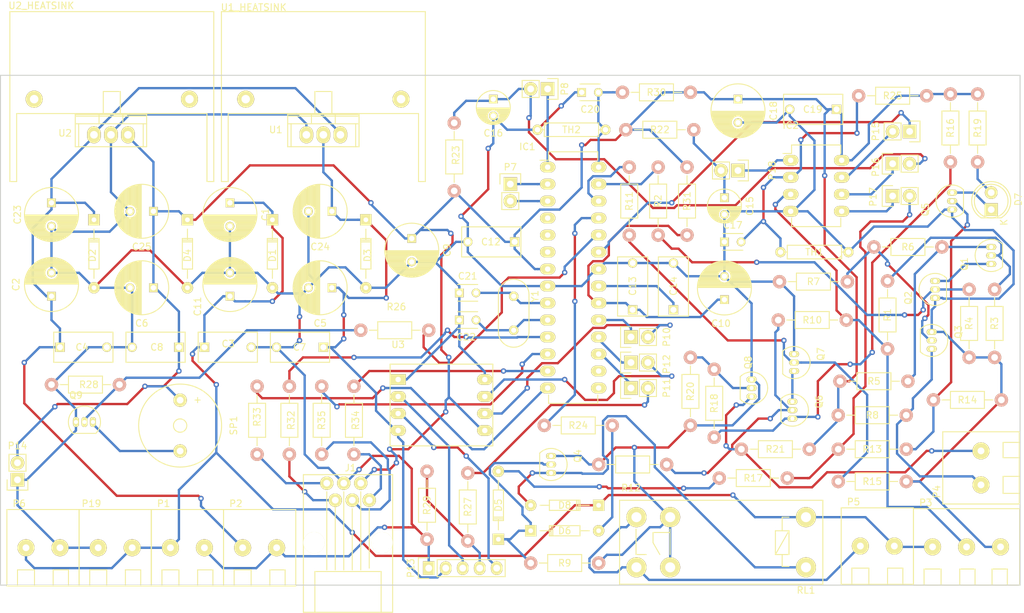
<source format=kicad_pcb>
(kicad_pcb (version 4) (host pcbnew no-vcs-found-product)
  (title_block (title "Oven Controller") (date 2016-08-27) (rev 1.0) (company "Robert Susmilch"))
  (layers (0 F.Cu signal) (31 B.Cu signal) (34 B.Paste user) (35 F.Paste user) (36 B.SilkS user) (37 F.SilkS user) (38 B.Mask user hide) (39 F.Mask user hide) (44 Edge.Cuts user))
  (net 0 "")
  (net 1 GND)
  (net 2 +12V)
  (net 3 +9V)
  (net 4 +3.3V)
  (net 5 +5V)
  (net 6 "Net-(C10-Pad1)")
  (net 7 "Net-(C14-Pad1)")
  (net 8 "Net-(C15-Pad1)")
  (net 9 328P_RESET)
  (net 10 85_THERM)
  (net 11 328P_THERMISTOR)
  (net 12 "Net-(C21-Pad2)")
  (net 13 "Net-(C22-Pad2)")
  (net 14 FAN_85)
  (net 15 "Net-(D5-Pad1)")
  (net 16 FAN_328P)
  (net 17 "Net-(D7-Pad1)")
  (net 18 "Net-(D7-Pad2)")
  (net 19 "Net-(D8-Pad2)")
  (net 20 "Net-(IC1-Pad1)")
  (net 21 "Net-(IC1-Pad2)")
  (net 22 "Net-(IC1-Pad3)")
  (net 23 /D_DATA)
  (net 24 /D_STB)
  (net 25 /D_CLK)
  (net 26 "Net-(IC1-Pad17)")
  (net 27 "Net-(IC1-Pad18)")
  (net 28 "Net-(IC1-Pad19)")
  (net 29 328P_HEARTBEAT)
  (net 30 BUZZER_328P)
  (net 31 BAKE_OUT)
  (net 32 BROIL_OUT)
  (net 33 "Net-(IC2-Pad1)")
  (net 34 OVEN_EN)
  (net 35 "Net-(IC2-Pad5)")
  (net 36 "Net-(IC2-Pad6)")
  (net 37 "Net-(IC2-Pad7)")
  (net 38 BROIL_RELAY)
  (net 39 BAKE_RELAY)
  (net 40 "Net-(P10-Pad2)")
  (net 41 "Net-(P11-Pad2)")
  (net 42 "Net-(P12-Pad2)")
  (net 43 /T_CLK)
  (net 44 D_CS)
  (net 45 /T_DATA)
  (net 46 "Net-(Q1-Pad2)")
  (net 47 "Net-(Q1-Pad3)")
  (net 48 "Net-(Q1-Pad1)")
  (net 49 "Net-(Q2-Pad2)")
  (net 50 "Net-(Q3-Pad2)")
  (net 51 "Net-(Q5-Pad2)")
  (net 52 "Net-(Q6-Pad2)")
  (net 53 "Net-(Q6-Pad3)")
  (net 54 "Net-(Q6-Pad1)")
  (net 55 "Net-(Q7-Pad2)")
  (net 56 "Net-(Q8-Pad2)")
  (net 57 "Net-(Q9-Pad2)")
  (net 58 "Net-(Q9-Pad3)")
  (net 59 "Net-(IC1-Pad11)")
  (net 60 "Net-(IC1-Pad12)")
  (net 61 "Net-(IC1-Pad13)")
  (net 62 AUX_CS)
  (net 63 "Net-(J1-Pad1)")
  (net 64 "Net-(D5-Pad2)")
  (net 65 "Net-(D6-Pad2)")
  (net 66 "Net-(P5-Pad1)")
  (module Personal:Logic_Level_Shifter (layer F.Cu) (at 135.636 108.966)
    (fp_text reference U3 (at 0 -5.22) (layer F.SilkS))
    (fp_text value Logic_Level_Shift)
    (pad 1 thru_hole rect (at 0 0) (size 2.3 1.6) (drill 0.8) (layers *.Cu *.Mask F.SilkS) (net 1 GND))
    (pad 2 thru_hole oval (at 0 2.54) (size 2.3 1.6) (drill 0.8) (layers *.Cu *.Mask F.SilkS) (net 45 /T_DATA))
    (pad 3 thru_hole oval (at 0 5.08) (size 2.3 1.6) (drill 0.8) (layers *.Cu *.Mask F.SilkS) (net 43 /T_CLK))
    (pad 4 thru_hole oval (at 0 7.62) (size 2.3 1.6) (drill 0.8) (layers *.Cu *.Mask F.SilkS) (net 4 +3.3V))
    (pad 5 thru_hole oval (at 12.954 7.62) (size 2.3 1.6) (drill 0.8) (layers *.Cu *.Mask F.SilkS) (net 5 +5V))
    (pad 6 thru_hole oval (at 12.954 5.08) (size 2.3 1.6) (drill 0.8) (layers *.Cu *.Mask F.SilkS) (net 40 "Net-(P10-Pad2)"))
    (pad 7 thru_hole oval (at 12.954 2.54) (size 2.3 1.6) (drill 0.8) (layers *.Cu *.Mask F.SilkS) (net 42 "Net-(P12-Pad2)"))
    (pad 8 thru_hole oval (at 12.954 0) (size 2.3 1.6) (drill 0.8) (layers *.Cu *.Mask F.SilkS) (net 1 GND))
  )
  (module Personal:RJ12_JACK (layer F.Cu) (at 124.968 124.46)
    (fp_text reference J1 (at 3.556 -2.286) (layer F.SilkS))
    (fp_text value RJ12)
    (pad 1 thru_hole circle (at 0 0) (size 2 2) (drill 1) (layers *.Cu *.Mask F.SilkS) (net 63 "Net-(J1-Pad1)"))
    (pad 2 thru_hole circle (at 1.27 2.54) (size 2 2) (drill 1) (layers *.Cu *.Mask F.SilkS) (net 23 /D_DATA))
    (pad 3 thru_hole circle (at 2.54 0) (size 2 2) (drill 1) (layers *.Cu *.Mask F.SilkS) (net 1 GND))
    (pad 4 thru_hole circle (at 3.81 2.54) (size 2 2) (drill 1) (layers *.Cu *.Mask F.SilkS) (net 24 /D_STB))
    (pad 5 thru_hole circle (at 5.08 0) (size 2 2) (drill 1) (layers *.Cu *.Mask F.SilkS) (net 5 +5V))
    (pad 6 thru_hole circle (at 6.35 2.54) (size 2 2) (drill 1) (layers *.Cu *.Mask F.SilkS) (net 25 /D_CLK))
    (pad "" np_thru_hole circle (at -1.905 8.89) (size 3.2 3.2) (drill 3.2) (layers *.Cu *.Mask F.SilkS))
    (pad "" np_thru_hole circle (at 8.255 8.89) (size 3.2 3.2) (drill 3.2) (layers *.Cu *.Mask F.SilkS))
  )
  (module Personal:Relay_SPST_RTD34012 (layer F.Cu) (at 196.596 129.54 180)
    (fp_text reference RL1 (at 0 -10.922 180) (layer F.SilkS))
    (fp_text value RTD34012)
    (pad A1 thru_hole circle (at 0 -7.5 180) (size 3 3) (drill 1.5) (layers *.Cu *.Mask F.SilkS) (net 19 "Net-(D8-Pad2)"))
    (pad A2 thru_hole circle (at 0 0 180) (size 3 3) (drill 1.5) (layers *.Cu *.Mask F.SilkS) (net 2 +12V))
    (pad 11 thru_hole circle (at 20.3 0 180) (size 3 3) (drill 1.5) (layers *.Cu *.Mask F.SilkS) (net 1 GND))
    (pad 11 thru_hole circle (at 20.3 -7.5 180) (size 3 3) (drill 1.5) (layers *.Cu *.Mask F.SilkS) (net 1 GND))
    (pad 14 thru_hole circle (at 25.34 0 180) (size 3 3) (drill 1.5) (layers *.Cu *.Mask F.SilkS) (net 66 "Net-(P5-Pad1)"))
    (pad 14 thru_hole circle (at 25.34 -7.5 180) (size 3 3) (drill 1.5) (layers *.Cu *.Mask F.SilkS) (net 66 "Net-(P5-Pad1)"))
  )
  (module Capacitors_ThroughHole:C_Radial_D8_L11.5_P3.5 (layer F.Cu) (at 110.49 82.55 270)
    (fp_text reference C1 (at 1.75 -5.3 270) (layer F.SilkS))
    (fp_text value 22uF/35V)
    (pad 2 thru_hole circle (at 3.5 0 270) (size 1.3 1.3) (drill 0.8) (layers *.Cu *.Mask F.SilkS) (net 1 GND))
    (pad 1 thru_hole rect (at 0 0 270) (size 1.3 1.3) (drill 0.8) (layers *.Cu *.Mask F.SilkS) (net 2 +12V))
  )
  (module Capacitors_ThroughHole:C_Radial_D8_L11.5_P3.5 (layer F.Cu) (at 83.82 96.52 90)
    (fp_text reference C2 (at 1.75 -5.3 90) (layer F.SilkS))
    (fp_text value 22uF/35V)
    (pad 2 thru_hole circle (at 3.5 0 90) (size 1.3 1.3) (drill 0.8) (layers *.Cu *.Mask F.SilkS) (net 1 GND))
    (pad 1 thru_hole rect (at 0 0 90) (size 1.3 1.3) (drill 0.8) (layers *.Cu *.Mask F.SilkS) (net 3 +9V))
  )
  (module Personal:C_Disc_D5_P7 (layer F.Cu) (at 106.68 104.14)
    (fp_text reference C3 (at 3.556 -0.508) (layer F.SilkS))
    (fp_text value 1nF)
    (pad 1 thru_hole rect (at 0 0) (size 1.4 1.4) (drill 0.9) (layers *.Cu *.Mask F.SilkS) (net 2 +12V))
    (pad 2 thru_hole circle (at 7 0) (size 1.4 1.4) (drill 0.9) (layers *.Cu *.Mask F.SilkS) (net 1 GND))
  )
  (module Personal:C_Disc_D5_P7 (layer F.Cu) (at 85.09 104.14)
    (fp_text reference C4 (at 3.302 0) (layer F.SilkS))
    (fp_text value 1nF)
    (pad 1 thru_hole rect (at 0 0) (size 1.4 1.4) (drill 0.9) (layers *.Cu *.Mask F.SilkS) (net 3 +9V))
    (pad 2 thru_hole circle (at 7 0) (size 1.4 1.4) (drill 0.9) (layers *.Cu *.Mask F.SilkS) (net 1 GND))
  )
  (module Capacitors_ThroughHole:C_Radial_D8_L11.5_P3.5 (layer F.Cu) (at 125.73 95.25 180)
    (fp_text reference C5 (at 1.75 -5.3 180) (layer F.SilkS))
    (fp_text value 22uF/35V)
    (pad 2 thru_hole circle (at 3.5 0 180) (size 1.3 1.3) (drill 0.8) (layers *.Cu *.Mask F.SilkS) (net 1 GND))
    (pad 1 thru_hole rect (at 0 0 180) (size 1.3 1.3) (drill 0.8) (layers *.Cu *.Mask F.SilkS) (net 4 +3.3V))
  )
  (module Capacitors_ThroughHole:C_Radial_D8_L11.5_P3.5 (layer F.Cu) (at 99.06 95.25 180)
    (fp_text reference C6 (at 1.75 -5.3 180) (layer F.SilkS))
    (fp_text value 22uF/35V)
    (pad 2 thru_hole circle (at 3.5 0 180) (size 1.3 1.3) (drill 0.8) (layers *.Cu *.Mask F.SilkS) (net 1 GND))
    (pad 1 thru_hole rect (at 0 0 180) (size 1.3 1.3) (drill 0.8) (layers *.Cu *.Mask F.SilkS) (net 5 +5V))
  )
  (module Personal:C_Disc_D5_P7 (layer F.Cu) (at 124.46 104.14 180)
    (fp_text reference C7 (at 3.556 0 180) (layer F.SilkS))
    (fp_text value 1nF)
    (pad 1 thru_hole rect (at 0 0 180) (size 1.4 1.4) (drill 0.9) (layers *.Cu *.Mask F.SilkS) (net 4 +3.3V))
    (pad 2 thru_hole circle (at 7 0 180) (size 1.4 1.4) (drill 0.9) (layers *.Cu *.Mask F.SilkS) (net 1 GND))
  )
  (module Personal:C_Disc_D5_P7 (layer F.Cu) (at 102.87 104.14 180)
    (fp_text reference C8 (at 3.302 0 180) (layer F.SilkS))
    (fp_text value 1nF)
    (pad 1 thru_hole rect (at 0 0 180) (size 1.4 1.4) (drill 0.9) (layers *.Cu *.Mask F.SilkS) (net 5 +5V))
    (pad 2 thru_hole circle (at 7 0 180) (size 1.4 1.4) (drill 0.9) (layers *.Cu *.Mask F.SilkS) (net 1 GND))
  )
  (module Capacitors_ThroughHole:C_Radial_D8_L11.5_P3.5 (layer F.Cu) (at 137.668 87.884 270)
    (fp_text reference C9 (at 1.75 -5.3 270) (layer F.SilkS))
    (fp_text value 22uF/35V)
    (pad 2 thru_hole circle (at 3.5 0 270) (size 1.3 1.3) (drill 0.8) (layers *.Cu *.Mask F.SilkS) (net 1 GND))
    (pad 1 thru_hole rect (at 0 0 270) (size 1.3 1.3) (drill 0.8) (layers *.Cu *.Mask F.SilkS) (net 5 +5V))
  )
  (module Capacitors_ThroughHole:C_Radial_D8_L11.5_P3.5 (layer F.Cu) (at 184.404 97.028 90)
    (fp_text reference C10 (at -3.556 -0.508 180) (layer F.SilkS))
    (fp_text value 22uF/35V)
    (pad 2 thru_hole circle (at 3.5 0 90) (size 1.3 1.3) (drill 0.8) (layers *.Cu *.Mask F.SilkS) (net 1 GND))
    (pad 1 thru_hole rect (at 0 0 90) (size 1.3 1.3) (drill 0.8) (layers *.Cu *.Mask F.SilkS) (net 6 "Net-(C10-Pad1)"))
  )
  (module Capacitors_ThroughHole:C_Radial_D8_L11.5_P3.5 (layer F.Cu) (at 110.49 96.52 90)
    (fp_text reference C11 (at -1.524 -4.826 90) (layer F.SilkS))
    (fp_text value 330uF/35V)
    (pad 2 thru_hole circle (at 3.5 0 90) (size 1.3 1.3) (drill 0.8) (layers *.Cu *.Mask F.SilkS) (net 1 GND))
    (pad 1 thru_hole rect (at 0 0 90) (size 1.3 1.3) (drill 0.8) (layers *.Cu *.Mask F.SilkS) (net 2 +12V))
  )
  (module Personal:C_Disc_D5_P7 (layer F.Cu) (at 153.05 88.392 180)
    (fp_text reference C12 (at 3.556 0 180) (layer F.SilkS))
    (fp_text value 1nF)
    (pad 1 thru_hole rect (at 0 0 180) (size 1.4 1.4) (drill 0.9) (layers *.Cu *.Mask F.SilkS) (net 5 +5V))
    (pad 2 thru_hole circle (at 7 0 180) (size 1.4 1.4) (drill 0.9) (layers *.Cu *.Mask F.SilkS) (net 1 GND))
  )
  (module Personal:C_Disc_D5_P7 (layer F.Cu) (at 170.688 98.552 90)
    (fp_text reference C13 (at 3.556 0 90) (layer F.SilkS))
    (fp_text value 1nF)
    (pad 1 thru_hole rect (at 0 0 90) (size 1.4 1.4) (drill 0.9) (layers *.Cu *.Mask F.SilkS) (net 6 "Net-(C10-Pad1)"))
    (pad 2 thru_hole circle (at 7 0 90) (size 1.4 1.4) (drill 0.9) (layers *.Cu *.Mask F.SilkS) (net 1 GND))
  )
  (module Personal:C_Disc_D5_P7 (layer F.Cu) (at 176.784 98.552 90)
    (fp_text reference C14 (at 3.556 0 90) (layer F.SilkS))
    (fp_text value 1nF)
    (pad 1 thru_hole rect (at 0 0 90) (size 1.4 1.4) (drill 0.9) (layers *.Cu *.Mask F.SilkS) (net 7 "Net-(C14-Pad1)"))
    (pad 2 thru_hole circle (at 7 0 90) (size 1.4 1.4) (drill 0.9) (layers *.Cu *.Mask F.SilkS) (net 1 GND))
  )
  (module Capacitors_ThroughHole:C_Radial_D5_L6_P2.5 (layer F.Cu) (at 184.404 81.788 270)
    (fp_text reference C15 (at 1.25 -3.8 270) (layer F.SilkS))
    (fp_text value 0.47uF)
    (pad 1 thru_hole rect (at 0 0 270) (size 1.3 1.3) (drill 0.8) (layers *.Cu *.Mask F.SilkS) (net 8 "Net-(C15-Pad1)"))
    (pad 2 thru_hole circle (at 2.5 0 270) (size 1.3 1.3) (drill 0.8) (layers *.Cu *.Mask F.SilkS) (net 1 GND))
  )
  (module Capacitors_ThroughHole:C_Radial_D5_L11_P2.5 (layer F.Cu) (at 149.86 67.056 270)
    (fp_text reference C16 (at 5.08 0) (layer F.SilkS))
    (fp_text value 0.33uF)
    (pad 1 thru_hole rect (at 0 0 270) (size 1.3 1.3) (drill 0.8) (layers *.Cu *.Mask F.SilkS) (net 9 328P_RESET))
    (pad 2 thru_hole circle (at 2.5 0 270) (size 1.3 1.3) (drill 0.8) (layers *.Cu *.Mask F.SilkS) (net 1 GND))
  )
  (module Capacitors_ThroughHole:C_Disc_D3_P2.5 (layer F.Cu) (at 184.404 88.392)
    (fp_text reference C17 (at 1.25 -2.5) (layer F.SilkS))
    (fp_text value 22pF)
    (pad 1 thru_hole rect (at 0 0) (size 1.3 1.3) (drill 0.8) (layers *.Cu *.Mask F.SilkS) (net 1 GND))
    (pad 2 thru_hole circle (at 2.5 0) (size 1.3 1.3) (drill 0.8001) (layers *.Cu *.Mask F.SilkS) (net 10 85_THERM))
  )
  (module Capacitors_ThroughHole:C_Radial_D8_L11.5_P3.5 (layer F.Cu) (at 186.436 67.056 270)
    (fp_text reference C18 (at 1.75 -5.3 270) (layer F.SilkS))
    (fp_text value 22uF/35V)
    (pad 2 thru_hole circle (at 3.5 0 270) (size 1.3 1.3) (drill 0.8) (layers *.Cu *.Mask F.SilkS) (net 1 GND))
    (pad 1 thru_hole rect (at 0 0 270) (size 1.3 1.3) (drill 0.8) (layers *.Cu *.Mask F.SilkS) (net 5 +5V))
  )
  (module Personal:C_Disc_D5_P7 (layer F.Cu) (at 201.168 68.58 180)
    (fp_text reference C19 (at 3.556 0 180) (layer F.SilkS))
    (fp_text value 1nF)
    (pad 1 thru_hole rect (at 0 0 180) (size 1.4 1.4) (drill 0.9) (layers *.Cu *.Mask F.SilkS) (net 5 +5V))
    (pad 2 thru_hole circle (at 7 0 180) (size 1.4 1.4) (drill 0.9) (layers *.Cu *.Mask F.SilkS) (net 1 GND))
  )
  (module Capacitors_ThroughHole:C_Disc_D3_P2.5 (layer F.Cu) (at 163.068 66.04)
    (fp_text reference C20 (at 1.27 2.54) (layer F.SilkS))
    (fp_text value 22pF)
    (pad 1 thru_hole rect (at 0 0) (size 1.3 1.3) (drill 0.8) (layers *.Cu *.Mask F.SilkS) (net 1 GND))
    (pad 2 thru_hole circle (at 2.5 0) (size 1.3 1.3) (drill 0.8001) (layers *.Cu *.Mask F.SilkS) (net 11 328P_THERMISTOR))
  )
  (module Capacitors_ThroughHole:C_Disc_D3_P2.5 (layer F.Cu) (at 144.78 96.012)
    (fp_text reference C21 (at 1.25 -2.5) (layer F.SilkS))
    (fp_text value 22pF)
    (pad 1 thru_hole rect (at 0 0) (size 1.3 1.3) (drill 0.8) (layers *.Cu *.Mask F.SilkS) (net 1 GND))
    (pad 2 thru_hole circle (at 2.5 0) (size 1.3 1.3) (drill 0.8001) (layers *.Cu *.Mask F.SilkS) (net 12 "Net-(C21-Pad2)"))
  )
  (module Capacitors_ThroughHole:C_Disc_D3_P2.5 (layer F.Cu) (at 144.78 100.076)
    (fp_text reference C22 (at 1.016 2.54) (layer F.SilkS))
    (fp_text value 22pF)
    (pad 1 thru_hole rect (at 0 0) (size 1.3 1.3) (drill 0.8) (layers *.Cu *.Mask F.SilkS) (net 1 GND))
    (pad 2 thru_hole circle (at 2.5 0) (size 1.3 1.3) (drill 0.8001) (layers *.Cu *.Mask F.SilkS) (net 13 "Net-(C22-Pad2)"))
  )
  (module Capacitors_ThroughHole:C_Radial_D8_L11.5_P3.5 (layer F.Cu) (at 83.82 82.55 270)
    (fp_text reference C23 (at 1.778 5.08 270) (layer F.SilkS))
    (fp_text value 330uF/35V)
    (pad 2 thru_hole circle (at 3.5 0 270) (size 1.3 1.3) (drill 0.8) (layers *.Cu *.Mask F.SilkS) (net 1 GND))
    (pad 1 thru_hole rect (at 0 0 270) (size 1.3 1.3) (drill 0.8) (layers *.Cu *.Mask F.SilkS) (net 3 +9V))
  )
  (module Capacitors_ThroughHole:C_Radial_D8_L11.5_P3.5 (layer F.Cu) (at 125.73 83.82 180)
    (fp_text reference C24 (at 1.75 -5.3 180) (layer F.SilkS))
    (fp_text value 330uF/35V)
    (pad 2 thru_hole circle (at 3.5 0 180) (size 1.3 1.3) (drill 0.8) (layers *.Cu *.Mask F.SilkS) (net 1 GND))
    (pad 1 thru_hole rect (at 0 0 180) (size 1.3 1.3) (drill 0.8) (layers *.Cu *.Mask F.SilkS) (net 4 +3.3V))
  )
  (module Capacitors_ThroughHole:C_Radial_D8_L11.5_P3.5 (layer F.Cu) (at 99.06 83.82 180)
    (fp_text reference C25 (at 1.75 -5.3 180) (layer F.SilkS))
    (fp_text value 330uF/35V)
    (pad 2 thru_hole circle (at 3.5 0 180) (size 1.3 1.3) (drill 0.8) (layers *.Cu *.Mask F.SilkS) (net 1 GND))
    (pad 1 thru_hole rect (at 0 0 180) (size 1.3 1.3) (drill 0.8) (layers *.Cu *.Mask F.SilkS) (net 5 +5V))
  )
  (module Diodes_ThroughHole:Diode_DO-35_SOD27_Horizontal_RM10 (layer F.Cu) (at 116.84 85.09 270)
    (fp_text reference D1 (at 5.334 0 270) (layer F.SilkS))
    (fp_text value 1N4751A)
    (pad 2 thru_hole circle (at 10.16052 -0.00254 90) (size 1.69926 1.69926) (drill 0.70104) (layers *.Cu *.Mask F.SilkS) (net 1 GND))
    (pad 1 thru_hole rect (at 0.00052 -0.00254 90) (size 1.69926 1.69926) (drill 0.70104) (layers *.Cu *.Mask F.SilkS) (net 2 +12V))
  )
  (module Diodes_ThroughHole:Diode_DO-35_SOD27_Horizontal_RM10 (layer F.Cu) (at 90.17 85.09 270)
    (fp_text reference D2 (at 5.334 0.254 270) (layer F.SilkS))
    (fp_text value 1N4746A)
    (pad 2 thru_hole circle (at 10.16052 -0.00254 90) (size 1.69926 1.69926) (drill 0.70104) (layers *.Cu *.Mask F.SilkS) (net 1 GND))
    (pad 1 thru_hole rect (at 0.00052 -0.00254 90) (size 1.69926 1.69926) (drill 0.70104) (layers *.Cu *.Mask F.SilkS) (net 3 +9V))
  )
  (module Diodes_ThroughHole:Diode_DO-35_SOD27_Horizontal_RM10 (layer F.Cu) (at 130.81 85.09 270)
    (fp_text reference D3 (at 5.334 -0.254 270) (layer F.SilkS))
    (fp_text value 1N4729A)
    (pad 2 thru_hole circle (at 10.16052 -0.00254 90) (size 1.69926 1.69926) (drill 0.70104) (layers *.Cu *.Mask F.SilkS) (net 1 GND))
    (pad 1 thru_hole rect (at 0.00052 -0.00254 90) (size 1.69926 1.69926) (drill 0.70104) (layers *.Cu *.Mask F.SilkS) (net 4 +3.3V))
  )
  (module Diodes_ThroughHole:Diode_DO-35_SOD27_Horizontal_RM10 (layer F.Cu) (at 104.14 85.09 270)
    (fp_text reference D4 (at 5.334 0 270) (layer F.SilkS))
    (fp_text value 1N4734A)
    (pad 2 thru_hole circle (at 10.16052 -0.00254 90) (size 1.69926 1.69926) (drill 0.70104) (layers *.Cu *.Mask F.SilkS) (net 1 GND))
    (pad 1 thru_hole rect (at 0.00052 -0.00254 90) (size 1.69926 1.69926) (drill 0.70104) (layers *.Cu *.Mask F.SilkS) (net 5 +5V))
  )
  (module Diodes_ThroughHole:Diode_DO-35_SOD27_Horizontal_RM10 (layer F.Cu) (at 150.622 132.842 90)
    (fp_text reference D5 (at 5.08 0 90) (layer F.SilkS))
    (fp_text value 1N4004)
    (pad 2 thru_hole circle (at 10.16052 -0.00254 270) (size 1.69926 1.69926) (drill 0.70104) (layers *.Cu *.Mask F.SilkS) (net 64 "Net-(D5-Pad2)"))
    (pad 1 thru_hole rect (at 0.00052 -0.00254 270) (size 1.69926 1.69926) (drill 0.70104) (layers *.Cu *.Mask F.SilkS) (net 15 "Net-(D5-Pad1)"))
  )
  (module Diodes_ThroughHole:Diode_DO-35_SOD27_Horizontal_RM10 (layer F.Cu) (at 155.448 131.572)
    (fp_text reference D6 (at 5.08 0) (layer F.SilkS))
    (fp_text value 1N4004)
    (pad 2 thru_hole circle (at 10.16052 -0.00254 180) (size 1.69926 1.69926) (drill 0.70104) (layers *.Cu *.Mask F.SilkS) (net 65 "Net-(D6-Pad2)"))
    (pad 1 thru_hole rect (at 0.00052 -0.00254 180) (size 1.69926 1.69926) (drill 0.70104) (layers *.Cu *.Mask F.SilkS) (net 15 "Net-(D5-Pad1)"))
  )
  (module LEDs:LED-5MM (layer F.Cu) (at 224.282 83.566 90)
    (fp_text reference D7 (at 1.524 4.064 90) (layer F.SilkS))
    (fp_text value LED)
    (fp_text user K (at -1.905 1.905 90) (layer F.SilkS))
    (pad 1 thru_hole rect (at 0 0 180) (size 2 1.9) (drill 1.00076) (layers *.Cu *.Mask F.SilkS) (net 17 "Net-(D7-Pad1)"))
    (pad 2 thru_hole circle (at 2.54 0 90) (size 1.9 1.9) (drill 1.00076) (layers *.Cu *.Mask F.SilkS) (net 18 "Net-(D7-Pad2)"))
  )
  (module Diodes_ThroughHole:Diode_DO-35_SOD27_Horizontal_RM10 (layer F.Cu) (at 165.608 127.762 180)
    (fp_text reference D8 (at 5.08 0 180) (layer F.SilkS))
    (fp_text value 1N4004)
    (pad 2 thru_hole circle (at 10.16052 -0.00254) (size 1.69926 1.69926) (drill 0.70104) (layers *.Cu *.Mask F.SilkS) (net 19 "Net-(D8-Pad2)"))
    (pad 1 thru_hole rect (at 0.00052 -0.00254) (size 1.69926 1.69926) (drill 0.70104) (layers *.Cu *.Mask F.SilkS) (net 2 +12V))
  )
  (module Housings_DIP:DIP-28_W7.62mm_LongPads (layer F.Cu) (at 157.988 77.216)
    (fp_text reference IC1 (at -3.048 -3.048) (layer F.SilkS))
    (fp_text value ATMEGA328P-P)
    (pad 1 thru_hole oval (at 0 0) (size 2.3 1.6) (drill 0.8) (layers *.Cu *.Mask F.SilkS) (net 20 "Net-(IC1-Pad1)"))
    (pad 2 thru_hole oval (at 0 2.54) (size 2.3 1.6) (drill 0.8) (layers *.Cu *.Mask F.SilkS) (net 21 "Net-(IC1-Pad2)"))
    (pad 3 thru_hole oval (at 0 5.08) (size 2.3 1.6) (drill 0.8) (layers *.Cu *.Mask F.SilkS) (net 22 "Net-(IC1-Pad3)"))
    (pad 4 thru_hole oval (at 0 7.62) (size 2.3 1.6) (drill 0.8) (layers *.Cu *.Mask F.SilkS))
    (pad 5 thru_hole oval (at 0 10.16) (size 2.3 1.6) (drill 0.8) (layers *.Cu *.Mask F.SilkS))
    (pad 6 thru_hole oval (at 0 12.7) (size 2.3 1.6) (drill 0.8) (layers *.Cu *.Mask F.SilkS))
    (pad 7 thru_hole oval (at 0 15.24) (size 2.3 1.6) (drill 0.8) (layers *.Cu *.Mask F.SilkS) (net 5 +5V))
    (pad 8 thru_hole oval (at 0 17.78) (size 2.3 1.6) (drill 0.8) (layers *.Cu *.Mask F.SilkS) (net 1 GND))
    (pad 9 thru_hole oval (at 0 20.32) (size 2.3 1.6) (drill 0.8) (layers *.Cu *.Mask F.SilkS) (net 12 "Net-(C21-Pad2)"))
    (pad 10 thru_hole oval (at 0 22.86) (size 2.3 1.6) (drill 0.8) (layers *.Cu *.Mask F.SilkS) (net 13 "Net-(C22-Pad2)"))
    (pad 11 thru_hole oval (at 0 25.4) (size 2.3 1.6) (drill 0.8) (layers *.Cu *.Mask F.SilkS) (net 59 "Net-(IC1-Pad11)"))
    (pad 12 thru_hole oval (at 0 27.94) (size 2.3 1.6) (drill 0.8) (layers *.Cu *.Mask F.SilkS) (net 60 "Net-(IC1-Pad12)"))
    (pad 13 thru_hole oval (at 0 30.48) (size 2.3 1.6) (drill 0.8) (layers *.Cu *.Mask F.SilkS) (net 61 "Net-(IC1-Pad13)"))
    (pad 14 thru_hole oval (at 0 33.02) (size 2.3 1.6) (drill 0.8) (layers *.Cu *.Mask F.SilkS) (net 62 AUX_CS))
    (pad 15 thru_hole oval (at 7.62 33.02) (size 2.3 1.6) (drill 0.8) (layers *.Cu *.Mask F.SilkS))
    (pad 16 thru_hole oval (at 7.62 30.48) (size 2.3 1.6) (drill 0.8) (layers *.Cu *.Mask F.SilkS))
    (pad 17 thru_hole oval (at 7.62 27.94) (size 2.3 1.6) (drill 0.8) (layers *.Cu *.Mask F.SilkS) (net 26 "Net-(IC1-Pad17)"))
    (pad 18 thru_hole oval (at 7.62 25.4) (size 2.3 1.6) (drill 0.8) (layers *.Cu *.Mask F.SilkS) (net 27 "Net-(IC1-Pad18)"))
    (pad 19 thru_hole oval (at 7.62 22.86) (size 2.3 1.6) (drill 0.8) (layers *.Cu *.Mask F.SilkS) (net 28 "Net-(IC1-Pad19)"))
    (pad 20 thru_hole oval (at 7.62 20.32) (size 2.3 1.6) (drill 0.8) (layers *.Cu *.Mask F.SilkS) (net 6 "Net-(C10-Pad1)"))
    (pad 21 thru_hole oval (at 7.62 17.78) (size 2.3 1.6) (drill 0.8) (layers *.Cu *.Mask F.SilkS) (net 7 "Net-(C14-Pad1)"))
    (pad 22 thru_hole oval (at 7.62 15.24) (size 2.3 1.6) (drill 0.8) (layers *.Cu *.Mask F.SilkS) (net 1 GND))
    (pad 23 thru_hole oval (at 7.62 12.7) (size 2.3 1.6) (drill 0.8) (layers *.Cu *.Mask F.SilkS) (net 29 328P_HEARTBEAT))
    (pad 24 thru_hole oval (at 7.62 10.16) (size 2.3 1.6) (drill 0.8) (layers *.Cu *.Mask F.SilkS) (net 30 BUZZER_328P))
    (pad 25 thru_hole oval (at 7.62 7.62) (size 2.3 1.6) (drill 0.8) (layers *.Cu *.Mask F.SilkS) (net 16 FAN_328P))
    (pad 26 thru_hole oval (at 7.62 5.08) (size 2.3 1.6) (drill 0.8) (layers *.Cu *.Mask F.SilkS) (net 31 BAKE_OUT))
    (pad 27 thru_hole oval (at 7.62 2.54) (size 2.3 1.6) (drill 0.8) (layers *.Cu *.Mask F.SilkS) (net 32 BROIL_OUT))
    (pad 28 thru_hole oval (at 7.62 0) (size 2.3 1.6) (drill 0.8) (layers *.Cu *.Mask F.SilkS) (net 11 328P_THERMISTOR))
  )
  (module Housings_DIP:DIP-8_W7.62mm_LongPads (layer F.Cu) (at 194.31 76.2)
    (fp_text reference IC2 (at 0 -5.22) (layer F.SilkS))
    (fp_text value ATTINY85-P)
    (pad 1 thru_hole oval (at 0 0) (size 2.3 1.6) (drill 0.8) (layers *.Cu *.Mask F.SilkS) (net 33 "Net-(IC2-Pad1)"))
    (pad 2 thru_hole oval (at 0 2.54) (size 2.3 1.6) (drill 0.8) (layers *.Cu *.Mask F.SilkS) (net 10 85_THERM))
    (pad 3 thru_hole oval (at 0 5.08) (size 2.3 1.6) (drill 0.8) (layers *.Cu *.Mask F.SilkS) (net 34 OVEN_EN))
    (pad 4 thru_hole oval (at 0 7.62) (size 2.3 1.6) (drill 0.8) (layers *.Cu *.Mask F.SilkS) (net 1 GND))
    (pad 5 thru_hole oval (at 7.62 7.62) (size 2.3 1.6) (drill 0.8) (layers *.Cu *.Mask F.SilkS) (net 35 "Net-(IC2-Pad5)"))
    (pad 6 thru_hole oval (at 7.62 5.08) (size 2.3 1.6) (drill 0.8) (layers *.Cu *.Mask F.SilkS) (net 36 "Net-(IC2-Pad6)"))
    (pad 7 thru_hole oval (at 7.62 2.54) (size 2.3 1.6) (drill 0.8) (layers *.Cu *.Mask F.SilkS) (net 37 "Net-(IC2-Pad7)"))
    (pad 8 thru_hole oval (at 7.62 0) (size 2.3 1.6) (drill 0.8) (layers *.Cu *.Mask F.SilkS) (net 5 +5V))
  )
  (module Pin_Headers:Pin_Header_Straight_1x02 (layer F.Cu) (at 152.4 79.756)
    (fp_text reference P7 (at 0 -2.54) (layer F.SilkS))
    (fp_text value SERIAL)
    (pad 1 thru_hole rect (at 0 0) (size 2.032 2.032) (drill 1.016) (layers *.Cu *.Mask F.SilkS) (net 21 "Net-(IC1-Pad2)"))
    (pad 2 thru_hole oval (at 0 2.54) (size 2.032 2.032) (drill 1.016) (layers *.Cu *.Mask F.SilkS) (net 22 "Net-(IC1-Pad3)"))
  )
  (module Pin_Headers:Pin_Header_Straight_1x02 (layer F.Cu) (at 157.988 65.532 270)
    (fp_text reference P8 (at 0 -2.54 270) (layer F.SilkS))
    (fp_text value 328P_RESET)
    (pad 1 thru_hole rect (at 0 0 270) (size 2.032 2.032) (drill 1.016) (layers *.Cu *.Mask F.SilkS) (net 20 "Net-(IC1-Pad1)"))
    (pad 2 thru_hole oval (at 0 2.54 270) (size 2.032 2.032) (drill 1.016) (layers *.Cu *.Mask F.SilkS) (net 9 328P_RESET))
  )
  (module Pin_Headers:Pin_Header_Straight_1x02 (layer F.Cu) (at 170.434 102.616 90)
    (fp_text reference P10 (at 0 5.334 90) (layer F.SilkS))
    (fp_text value SCK)
    (pad 1 thru_hole rect (at 0 0 90) (size 2.032 2.032) (drill 1.016) (layers *.Cu *.Mask F.SilkS) (net 28 "Net-(IC1-Pad19)"))
    (pad 2 thru_hole oval (at 0 2.54 90) (size 2.032 2.032) (drill 1.016) (layers *.Cu *.Mask F.SilkS) (net 40 "Net-(P10-Pad2)"))
  )
  (module Pin_Headers:Pin_Header_Straight_1x02 (layer F.Cu) (at 170.434 110.236 90)
    (fp_text reference P11 (at 0 5.334 90) (layer F.SilkS))
    (fp_text value MOSI)
    (pad 1 thru_hole rect (at 0 0 90) (size 2.032 2.032) (drill 1.016) (layers *.Cu *.Mask F.SilkS) (net 26 "Net-(IC1-Pad17)"))
    (pad 2 thru_hole oval (at 0 2.54 90) (size 2.032 2.032) (drill 1.016) (layers *.Cu *.Mask F.SilkS) (net 41 "Net-(P11-Pad2)"))
  )
  (module Pin_Headers:Pin_Header_Straight_1x02 (layer F.Cu) (at 170.434 106.426 90)
    (fp_text reference P12 (at -0.254 5.334 90) (layer F.SilkS))
    (fp_text value MISO)
    (pad 1 thru_hole rect (at 0 0 90) (size 2.032 2.032) (drill 1.016) (layers *.Cu *.Mask F.SilkS) (net 27 "Net-(IC1-Pad18)"))
    (pad 2 thru_hole oval (at 0 2.54 90) (size 2.032 2.032) (drill 1.016) (layers *.Cu *.Mask F.SilkS) (net 42 "Net-(P12-Pad2)"))
  )
  (module Pin_Headers:Pin_Header_Straight_1x05 (layer F.Cu) (at 140.208 137.16 90)
    (fp_text reference P13 (at 0 -2.667 90) (layer F.SilkS))
    (fp_text value THERMO)
    (pad 1 thru_hole rect (at 0 0 90) (size 2.032 1.7272) (drill 1.016) (layers *.Cu *.Mask F.SilkS) (net 1 GND))
    (pad 2 thru_hole oval (at 0 2.54 90) (size 2.032 1.7272) (drill 1.016) (layers *.Cu *.Mask F.SilkS) (net 4 +3.3V))
    (pad 3 thru_hole oval (at 0 5.08 90) (size 2.032 1.7272) (drill 1.016) (layers *.Cu *.Mask F.SilkS) (net 45 /T_DATA))
    (pad 4 thru_hole oval (at 0 7.62 90) (size 2.032 1.7272) (drill 1.016) (layers *.Cu *.Mask F.SilkS) (net 44 D_CS))
    (pad 5 thru_hole oval (at 0 10.16 90) (size 2.032 1.7272) (drill 1.016) (layers *.Cu *.Mask F.SilkS) (net 43 /T_CLK))
  )
  (module Pin_Headers:Pin_Header_Straight_1x02 (layer F.Cu) (at 78.74 123.952 180)
    (fp_text reference P14 (at 0 5.08 180) (layer F.SilkS))
    (fp_text value ICSP_POWER)
    (pad 1 thru_hole rect (at 0 0 180) (size 2.032 2.032) (drill 1.016) (layers *.Cu *.Mask F.SilkS) (net 1 GND))
    (pad 2 thru_hole oval (at 0 2.54 180) (size 2.032 2.032) (drill 1.016) (layers *.Cu *.Mask F.SilkS) (net 5 +5V))
  )
  (module Pin_Headers:Pin_Header_Straight_1x02 (layer F.Cu) (at 212.09 71.882 270)
    (fp_text reference P15 (at 0 5.08 270) (layer F.SilkS))
    (fp_text value 85_SCK)
    (pad 1 thru_hole rect (at 0 0 270) (size 2.032 2.032) (drill 1.016) (layers *.Cu *.Mask F.SilkS) (net 29 328P_HEARTBEAT))
    (pad 2 thru_hole oval (at 0 2.54 270) (size 2.032 2.032) (drill 1.016) (layers *.Cu *.Mask F.SilkS) (net 37 "Net-(IC2-Pad7)"))
  )
  (module Pin_Headers:Pin_Header_Straight_1x02 (layer F.Cu) (at 209.55 76.708 90)
    (fp_text reference P16 (at -0.508 -2.54 90) (layer F.SilkS))
    (fp_text value 85_MISO)
    (pad 1 thru_hole rect (at 0 0 90) (size 2.032 2.032) (drill 1.016) (layers *.Cu *.Mask F.SilkS) (net 36 "Net-(IC2-Pad6)"))
    (pad 2 thru_hole oval (at 0 2.54 90) (size 2.032 2.032) (drill 1.016) (layers *.Cu *.Mask F.SilkS) (net 9 328P_RESET))
  )
  (module Pin_Headers:Pin_Header_Straight_1x02 (layer F.Cu) (at 209.55 81.534 90)
    (fp_text reference P17 (at -0.127 -2.921 90) (layer F.SilkS))
    (fp_text value 85_MOSI)
    (pad 1 thru_hole rect (at 0 0 90) (size 2.032 2.032) (drill 1.016) (layers *.Cu *.Mask F.SilkS) (net 35 "Net-(IC2-Pad5)"))
    (pad 2 thru_hole oval (at 0 2.54 90) (size 2.032 2.032) (drill 1.016) (layers *.Cu *.Mask F.SilkS) (net 14 FAN_85))
  )
  (module Pin_Headers:Pin_Header_Straight_1x02 (layer F.Cu) (at 186.436 77.724 270)
    (fp_text reference P18 (at 0 -5.1 270) (layer F.SilkS))
    (fp_text value 85_RESET)
    (pad 1 thru_hole rect (at 0 0 270) (size 2.032 2.032) (drill 1.016) (layers *.Cu *.Mask F.SilkS) (net 33 "Net-(IC2-Pad1)"))
    (pad 2 thru_hole oval (at 0 2.54 270) (size 2.032 2.032) (drill 1.016) (layers *.Cu *.Mask F.SilkS) (net 8 "Net-(C15-Pad1)"))
  )
  (module TO_SOT_Packages_THT:TO-92_Inline_Narrow_Oval (layer F.Cu) (at 224.282 91.694 90)
    (fp_text reference Q1 (at 0 -4 90) (layer F.SilkS))
    (fp_text value MPS2222A)
    (pad 2 thru_hole oval (at 1.27 0 270) (size 0.89916 1.50114) (drill 0.6) (layers *.Cu *.Mask F.SilkS) (net 46 "Net-(Q1-Pad2)"))
    (pad 3 thru_hole oval (at 2.54 0 270) (size 0.89916 1.50114) (drill 0.6) (layers *.Cu *.Mask F.SilkS) (net 47 "Net-(Q1-Pad3)"))
    (pad 1 thru_hole oval (at 0 0 270) (size 0.89916 1.50114) (drill 0.6) (layers *.Cu *.Mask F.SilkS) (net 48 "Net-(Q1-Pad1)"))
  )
  (module TO_SOT_Packages_THT:TO-92_Inline_Narrow_Oval (layer F.Cu) (at 215.9 96.774 90)
    (fp_text reference Q2 (at 0 -4 90) (layer F.SilkS))
    (fp_text value MPS2222A)
    (pad 2 thru_hole oval (at 1.27 0 270) (size 0.89916 1.50114) (drill 0.6) (layers *.Cu *.Mask F.SilkS) (net 49 "Net-(Q2-Pad2)"))
    (pad 3 thru_hole oval (at 2.54 0 270) (size 0.89916 1.50114) (drill 0.6) (layers *.Cu *.Mask F.SilkS) (net 48 "Net-(Q1-Pad1)"))
    (pad 1 thru_hole oval (at 0 0 270) (size 0.89916 1.50114) (drill 0.6) (layers *.Cu *.Mask F.SilkS) (net 1 GND))
  )
  (module TO_SOT_Packages_THT:TO-92_Inline_Narrow_Oval (layer F.Cu) (at 215.392 101.854 270)
    (fp_text reference Q3 (at 0 -4 270) (layer F.SilkS))
    (fp_text value MPS2222A)
    (pad 2 thru_hole oval (at 1.27 0 90) (size 0.89916 1.50114) (drill 0.6) (layers *.Cu *.Mask F.SilkS) (net 50 "Net-(Q3-Pad2)"))
    (pad 3 thru_hole oval (at 2.54 0 90) (size 0.89916 1.50114) (drill 0.6) (layers *.Cu *.Mask F.SilkS) (net 38 BROIL_RELAY))
    (pad 1 thru_hole oval (at 0 0 90) (size 0.89916 1.50114) (drill 0.6) (layers *.Cu *.Mask F.SilkS) (net 1 GND))
  )
  (module TO_SOT_Packages_THT:TO-92_Inline_Narrow_Oval (layer F.Cu) (at 158.496 120.396 270)
    (fp_text reference Q4 (at 0 -4 270) (layer F.SilkS))
    (fp_text value MPS2222A)
    (pad 2 thru_hole oval (at 1.27 0 90) (size 0.89916 1.50114) (drill 0.6) (layers *.Cu *.Mask F.SilkS) (net 15 "Net-(D5-Pad1)"))
    (pad 3 thru_hole oval (at 2.54 0 90) (size 0.89916 1.50114) (drill 0.6) (layers *.Cu *.Mask F.SilkS) (net 19 "Net-(D8-Pad2)"))
    (pad 1 thru_hole oval (at 0 0 90) (size 0.89916 1.50114) (drill 0.6) (layers *.Cu *.Mask F.SilkS) (net 1 GND))
  )
  (module TO_SOT_Packages_THT:TO-92_Inline_Narrow_Oval (layer F.Cu) (at 218.44 83.566 90)
    (fp_text reference Q5 (at 0 -4 90) (layer F.SilkS))
    (fp_text value MPS2222A)
    (pad 2 thru_hole oval (at 1.27 0 270) (size 0.89916 1.50114) (drill 0.6) (layers *.Cu *.Mask F.SilkS) (net 51 "Net-(Q5-Pad2)"))
    (pad 3 thru_hole oval (at 2.54 0 270) (size 0.89916 1.50114) (drill 0.6) (layers *.Cu *.Mask F.SilkS) (net 17 "Net-(D7-Pad1)"))
    (pad 1 thru_hole oval (at 0 0 270) (size 0.89916 1.50114) (drill 0.6) (layers *.Cu *.Mask F.SilkS) (net 1 GND))
  )
  (module TO_SOT_Packages_THT:TO-92_Inline_Narrow_Oval (layer F.Cu) (at 194.564 112.268 270)
    (fp_text reference Q6 (at 0 -4 270) (layer F.SilkS))
    (fp_text value MPS2222A)
    (pad 2 thru_hole oval (at 1.27 0 90) (size 0.89916 1.50114) (drill 0.6) (layers *.Cu *.Mask F.SilkS) (net 52 "Net-(Q6-Pad2)"))
    (pad 3 thru_hole oval (at 2.54 0 90) (size 0.89916 1.50114) (drill 0.6) (layers *.Cu *.Mask F.SilkS) (net 53 "Net-(Q6-Pad3)"))
    (pad 1 thru_hole oval (at 0 0 90) (size 0.89916 1.50114) (drill 0.6) (layers *.Cu *.Mask F.SilkS) (net 54 "Net-(Q6-Pad1)"))
  )
  (module TO_SOT_Packages_THT:TO-92_Inline_Narrow_Oval (layer F.Cu) (at 194.818 105.156 270)
    (fp_text reference Q7 (at 0 -4 270) (layer F.SilkS))
    (fp_text value MPS2222A)
    (pad 2 thru_hole oval (at 1.27 0 90) (size 0.89916 1.50114) (drill 0.6) (layers *.Cu *.Mask F.SilkS) (net 55 "Net-(Q7-Pad2)"))
    (pad 3 thru_hole oval (at 2.54 0 90) (size 0.89916 1.50114) (drill 0.6) (layers *.Cu *.Mask F.SilkS) (net 54 "Net-(Q6-Pad1)"))
    (pad 1 thru_hole oval (at 0 0 90) (size 0.89916 1.50114) (drill 0.6) (layers *.Cu *.Mask F.SilkS) (net 1 GND))
  )
  (module TO_SOT_Packages_THT:TO-92_Inline_Narrow_Oval (layer F.Cu) (at 188.468 108.966 270)
    (fp_text reference Q8 (at -2.54 0.508 270) (layer F.SilkS))
    (fp_text value MPS2222A)
    (pad 2 thru_hole oval (at 1.27 0 90) (size 0.89916 1.50114) (drill 0.6) (layers *.Cu *.Mask F.SilkS) (net 56 "Net-(Q8-Pad2)"))
    (pad 3 thru_hole oval (at 2.54 0 90) (size 0.89916 1.50114) (drill 0.6) (layers *.Cu *.Mask F.SilkS) (net 39 BAKE_RELAY))
    (pad 1 thru_hole oval (at 0 0 90) (size 0.89916 1.50114) (drill 0.6) (layers *.Cu *.Mask F.SilkS) (net 1 GND))
  )
  (module TO_SOT_Packages_THT:TO-92_Inline_Narrow_Oval (layer F.Cu) (at 87.4776 115.316)
    (fp_text reference Q9 (at 0 -4) (layer F.SilkS))
    (fp_text value MPS2222A)
    (pad 2 thru_hole oval (at 1.27 0 180) (size 0.89916 1.50114) (drill 0.6) (layers *.Cu *.Mask F.SilkS) (net 57 "Net-(Q9-Pad2)"))
    (pad 3 thru_hole oval (at 2.54 0 180) (size 0.89916 1.50114) (drill 0.6) (layers *.Cu *.Mask F.SilkS) (net 58 "Net-(Q9-Pad3)"))
    (pad 1 thru_hole oval (at 0 0 180) (size 0.89916 1.50114) (drill 0.6) (layers *.Cu *.Mask F.SilkS) (net 1 GND))
  )
  (module Resistors_ThroughHole:Resistor_Horizontal_RM10mm (layer F.Cu) (at 208.788 94.234 270)
    (fp_text reference R1 (at 5.08 0 270) (layer F.SilkS))
    (fp_text value 4.7k)
    (pad 1 thru_hole circle (at 0 0 270) (size 1.99898 1.99898) (drill 1.00076) (layers *.Cu *.SilkS *.Mask) (net 46 "Net-(Q1-Pad2)"))
    (pad 2 thru_hole circle (at 10.16 0 270) (size 1.99898 1.99898) (drill 1.00076) (layers *.Cu *.SilkS *.Mask) (net 34 OVEN_EN))
  )
  (module Resistors_ThroughHole:Resistor_Horizontal_RM10mm (layer F.Cu) (at 174.498 87.376 90)
    (fp_text reference R2 (at 5.08 0 90) (layer F.SilkS))
    (fp_text value 4.7k)
    (pad 1 thru_hole circle (at 0 0 90) (size 1.99898 1.99898) (drill 1.00076) (layers *.Cu *.SilkS *.Mask) (net 49 "Net-(Q2-Pad2)"))
    (pad 2 thru_hole circle (at 10.16 0 90) (size 1.99898 1.99898) (drill 1.00076) (layers *.Cu *.SilkS *.Mask) (net 32 BROIL_OUT))
  )
  (module Resistors_ThroughHole:Resistor_Horizontal_RM10mm (layer F.Cu) (at 224.79 95.504 270)
    (fp_text reference R3 (at 5.08 0 270) (layer F.SilkS))
    (fp_text value 10k)
    (pad 1 thru_hole circle (at 0 0 270) (size 1.99898 1.99898) (drill 1.00076) (layers *.Cu *.SilkS *.Mask) (net 46 "Net-(Q1-Pad2)"))
    (pad 2 thru_hole circle (at 10.16 0 270) (size 1.99898 1.99898) (drill 1.00076) (layers *.Cu *.SilkS *.Mask) (net 1 GND))
  )
  (module Resistors_ThroughHole:Resistor_Horizontal_RM10mm (layer F.Cu) (at 220.98 95.504 270)
    (fp_text reference R4 (at 5.08 0 270) (layer F.SilkS))
    (fp_text value 10k)
    (pad 1 thru_hole circle (at 0 0 270) (size 1.99898 1.99898) (drill 1.00076) (layers *.Cu *.SilkS *.Mask) (net 49 "Net-(Q2-Pad2)"))
    (pad 2 thru_hole circle (at 10.16 0 270) (size 1.99898 1.99898) (drill 1.00076) (layers *.Cu *.SilkS *.Mask) (net 1 GND))
  )
  (module Resistors_ThroughHole:Resistor_Horizontal_RM10mm (layer F.Cu) (at 201.676 109.22)
    (fp_text reference R5 (at 5.08 0) (layer F.SilkS))
    (fp_text value 4.7k)
    (pad 1 thru_hole circle (at 0 0) (size 1.99898 1.99898) (drill 1.00076) (layers *.Cu *.SilkS *.Mask) (net 5 +5V))
    (pad 2 thru_hole circle (at 10.16 0) (size 1.99898 1.99898) (drill 1.00076) (layers *.Cu *.SilkS *.Mask) (net 47 "Net-(Q1-Pad3)"))
  )
  (module Resistors_ThroughHole:Resistor_Horizontal_RM10mm (layer F.Cu) (at 206.756 89.154)
    (fp_text reference R6 (at 5.08 0) (layer F.SilkS))
    (fp_text value 4.7k)
    (pad 1 thru_hole circle (at 0 0) (size 1.99898 1.99898) (drill 1.00076) (layers *.Cu *.SilkS *.Mask) (net 50 "Net-(Q3-Pad2)"))
    (pad 2 thru_hole circle (at 10.16 0) (size 1.99898 1.99898) (drill 1.00076) (layers *.Cu *.SilkS *.Mask) (net 47 "Net-(Q1-Pad3)"))
  )
  (module Resistors_ThroughHole:Resistor_Horizontal_RM10mm (layer F.Cu) (at 202.7936 94.3356 180)
    (fp_text reference R7 (at 5.08 0 180) (layer F.SilkS))
    (fp_text value 10k)
    (pad 1 thru_hole circle (at 0 0 180) (size 1.99898 1.99898) (drill 1.00076) (layers *.Cu *.SilkS *.Mask) (net 50 "Net-(Q3-Pad2)"))
    (pad 2 thru_hole circle (at 10.16 0 180) (size 1.99898 1.99898) (drill 1.00076) (layers *.Cu *.SilkS *.Mask) (net 1 GND))
  )
  (module Resistors_ThroughHole:Resistor_Horizontal_RM10mm (layer F.Cu) (at 211.582 114.3 180)
    (fp_text reference R8 (at 5.08 0 180) (layer F.SilkS))
    (fp_text value 4.7k)
    (pad 1 thru_hole circle (at 0 0 180) (size 1.99898 1.99898) (drill 1.00076) (layers *.Cu *.SilkS *.Mask) (net 38 BROIL_RELAY))
    (pad 2 thru_hole circle (at 10.16 0 180) (size 1.99898 1.99898) (drill 1.00076) (layers *.Cu *.SilkS *.Mask) (net 5 +5V))
  )
  (module Resistors_ThroughHole:Resistor_Horizontal_RM10mm (layer F.Cu) (at 155.448 136.398)
    (fp_text reference R9 (at 5.08 0) (layer F.SilkS))
    (fp_text value 10k)
    (pad 1 thru_hole circle (at 0 0) (size 1.99898 1.99898) (drill 1.00076) (layers *.Cu *.SilkS *.Mask) (net 15 "Net-(D5-Pad1)"))
    (pad 2 thru_hole circle (at 10.16 0) (size 1.99898 1.99898) (drill 1.00076) (layers *.Cu *.SilkS *.Mask) (net 1 GND))
  )
  (module Resistors_ThroughHole:Resistor_Horizontal_RM10mm (layer F.Cu) (at 192.4558 100.076)
    (fp_text reference R10 (at 5.08 0) (layer F.SilkS))
    (fp_text value 4.7k)
    (pad 1 thru_hole circle (at 0 0) (size 1.99898 1.99898) (drill 1.00076) (layers *.Cu *.SilkS *.Mask) (net 52 "Net-(Q6-Pad2)"))
    (pad 2 thru_hole circle (at 10.16 0) (size 1.99898 1.99898) (drill 1.00076) (layers *.Cu *.SilkS *.Mask) (net 34 OVEN_EN))
  )
  (module Resistors_ThroughHole:Resistor_Horizontal_RM10mm (layer F.Cu) (at 170.18 87.376 90)
    (fp_text reference R11 (at 5.08 0 90) (layer F.SilkS))
    (fp_text value 4.7k)
    (pad 1 thru_hole circle (at 0 0 90) (size 1.99898 1.99898) (drill 1.00076) (layers *.Cu *.SilkS *.Mask) (net 55 "Net-(Q7-Pad2)"))
    (pad 2 thru_hole circle (at 10.16 0 90) (size 1.99898 1.99898) (drill 1.00076) (layers *.Cu *.SilkS *.Mask) (net 31 BAKE_OUT))
  )
  (module Resistors_ThroughHole:Resistor_Horizontal_RM10mm (layer F.Cu) (at 175.768 121.666 180)
    (fp_text reference R12 (at 5.32892 -3.50012 180) (layer F.SilkS))
    (fp_text value 10k)
    (pad 1 thru_hole circle (at 0 0 180) (size 1.99898 1.99898) (drill 1.00076) (layers *.Cu *.SilkS *.Mask) (net 52 "Net-(Q6-Pad2)"))
    (pad 2 thru_hole circle (at 10.16 0 180) (size 1.99898 1.99898) (drill 1.00076) (layers *.Cu *.SilkS *.Mask) (net 1 GND))
  )
  (module Resistors_ThroughHole:Resistor_Horizontal_RM10mm (layer F.Cu) (at 201.422 119.38)
    (fp_text reference R13 (at 5.08 0) (layer F.SilkS))
    (fp_text value 4.7k)
    (pad 1 thru_hole circle (at 0 0) (size 1.99898 1.99898) (drill 1.00076) (layers *.Cu *.SilkS *.Mask) (net 14 FAN_85))
    (pad 2 thru_hole circle (at 10.16 0) (size 1.99898 1.99898) (drill 1.00076) (layers *.Cu *.SilkS *.Mask) (net 51 "Net-(Q5-Pad2)"))
  )
  (module Resistors_ThroughHole:Resistor_Horizontal_RM10mm (layer F.Cu) (at 215.646 112.014)
    (fp_text reference R14 (at 5.08 0) (layer F.SilkS))
    (fp_text value 10k)
    (pad 1 thru_hole circle (at 0 0) (size 1.99898 1.99898) (drill 1.00076) (layers *.Cu *.SilkS *.Mask) (net 51 "Net-(Q5-Pad2)"))
    (pad 2 thru_hole circle (at 10.16 0) (size 1.99898 1.99898) (drill 1.00076) (layers *.Cu *.SilkS *.Mask) (net 1 GND))
  )
  (module Resistors_ThroughHole:Resistor_Horizontal_RM10mm (layer F.Cu) (at 201.422 124.206)
    (fp_text reference R15 (at 5.08 0) (layer F.SilkS))
    (fp_text value 10k)
    (pad 1 thru_hole circle (at 0 0) (size 1.99898 1.99898) (drill 1.00076) (layers *.Cu *.SilkS *.Mask) (net 55 "Net-(Q7-Pad2)"))
    (pad 2 thru_hole circle (at 10.16 0) (size 1.99898 1.99898) (drill 1.00076) (layers *.Cu *.SilkS *.Mask) (net 1 GND))
  )
  (module Resistors_ThroughHole:Resistor_Horizontal_RM10mm (layer F.Cu) (at 218.186 66.294 270)
    (fp_text reference R16 (at 5.08 0 270) (layer F.SilkS))
    (fp_text value 4.7k)
    (pad 1 thru_hole circle (at 0 0 270) (size 1.99898 1.99898) (drill 1.00076) (layers *.Cu *.SilkS *.Mask) (net 5 +5V))
    (pad 2 thru_hole circle (at 10.16 0 270) (size 1.99898 1.99898) (drill 1.00076) (layers *.Cu *.SilkS *.Mask) (net 53 "Net-(Q6-Pad3)"))
  )
  (module Resistors_ThroughHole:Resistor_Horizontal_RM10mm (layer F.Cu) (at 183.642 123.698)
    (fp_text reference R17 (at 5.08 0) (layer F.SilkS))
    (fp_text value 4.7k)
    (pad 1 thru_hole circle (at 0 0) (size 1.99898 1.99898) (drill 1.00076) (layers *.Cu *.SilkS *.Mask) (net 64 "Net-(D5-Pad2)"))
    (pad 2 thru_hole circle (at 10.16 0) (size 1.99898 1.99898) (drill 1.00076) (layers *.Cu *.SilkS *.Mask) (net 14 FAN_85))
  )
  (module Resistors_ThroughHole:Resistor_Horizontal_RM10mm (layer F.Cu) (at 182.88 107.442 270)
    (fp_text reference R18 (at 5.08 0 270) (layer F.SilkS))
    (fp_text value 4.7k)
    (pad 1 thru_hole circle (at 0 0 270) (size 1.99898 1.99898) (drill 1.00076) (layers *.Cu *.SilkS *.Mask) (net 56 "Net-(Q8-Pad2)"))
    (pad 2 thru_hole circle (at 10.16 0 270) (size 1.99898 1.99898) (drill 1.00076) (layers *.Cu *.SilkS *.Mask) (net 53 "Net-(Q6-Pad3)"))
  )
  (module Resistors_ThroughHole:Resistor_Horizontal_RM10mm (layer F.Cu) (at 222.25 66.294 270)
    (fp_text reference R19 (at 5.08 0 270) (layer F.SilkS))
    (fp_text value 220)
    (pad 1 thru_hole circle (at 0 0 270) (size 1.99898 1.99898) (drill 1.00076) (layers *.Cu *.SilkS *.Mask) (net 5 +5V))
    (pad 2 thru_hole circle (at 10.16 0 270) (size 1.99898 1.99898) (drill 1.00076) (layers *.Cu *.SilkS *.Mask) (net 18 "Net-(D7-Pad2)"))
  )
  (module Resistors_ThroughHole:Resistor_Horizontal_RM10mm (layer F.Cu) (at 179.324 105.664 270)
    (fp_text reference R20 (at 5.08 0 270) (layer F.SilkS))
    (fp_text value 10k)
    (pad 1 thru_hole circle (at 0 0 270) (size 1.99898 1.99898) (drill 1.00076) (layers *.Cu *.SilkS *.Mask) (net 56 "Net-(Q8-Pad2)"))
    (pad 2 thru_hole circle (at 10.16 0 270) (size 1.99898 1.99898) (drill 1.00076) (layers *.Cu *.SilkS *.Mask) (net 1 GND))
  )
  (module Resistors_ThroughHole:Resistor_Horizontal_RM10mm (layer F.Cu) (at 186.944 119.38)
    (fp_text reference R21 (at 5.08 0) (layer F.SilkS))
    (fp_text value 4.7k)
    (pad 1 thru_hole circle (at 0 0) (size 1.99898 1.99898) (drill 1.00076) (layers *.Cu *.SilkS *.Mask) (net 39 BAKE_RELAY))
    (pad 2 thru_hole circle (at 10.16 0) (size 1.99898 1.99898) (drill 1.00076) (layers *.Cu *.SilkS *.Mask) (net 5 +5V))
  )
  (module Resistors_ThroughHole:Resistor_Horizontal_RM10mm (layer F.Cu) (at 179.832 71.628 180)
    (fp_text reference R22 (at 5.08 0 180) (layer F.SilkS))
    (fp_text value 10k)
    (pad 1 thru_hole circle (at 0 0 180) (size 1.99898 1.99898) (drill 1.00076) (layers *.Cu *.SilkS *.Mask) (net 8 "Net-(C15-Pad1)"))
    (pad 2 thru_hole circle (at 10.16 0 180) (size 1.99898 1.99898) (drill 1.00076) (layers *.Cu *.SilkS *.Mask) (net 5 +5V))
  )
  (module Resistors_ThroughHole:Resistor_Horizontal_RM10mm (layer F.Cu) (at 144.018 80.772 90)
    (fp_text reference R23 (at 5.334 0.254 90) (layer F.SilkS))
    (fp_text value 10k)
    (pad 1 thru_hole circle (at 0 0 90) (size 1.99898 1.99898) (drill 1.00076) (layers *.Cu *.SilkS *.Mask) (net 5 +5V))
    (pad 2 thru_hole circle (at 10.16 0 90) (size 1.99898 1.99898) (drill 1.00076) (layers *.Cu *.SilkS *.Mask) (net 9 328P_RESET))
  )
  (module Resistors_ThroughHole:Resistor_Horizontal_RM10mm (layer F.Cu) (at 167.64 115.824 180)
    (fp_text reference R24 (at 5.08 0 180) (layer F.SilkS))
    (fp_text value 4.7k)
    (pad 1 thru_hole circle (at 0 0 180) (size 1.99898 1.99898) (drill 1.00076) (layers *.Cu *.SilkS *.Mask) (net 65 "Net-(D6-Pad2)"))
    (pad 2 thru_hole circle (at 10.16 0 180) (size 1.99898 1.99898) (drill 1.00076) (layers *.Cu *.SilkS *.Mask) (net 16 FAN_328P))
  )
  (module Resistors_ThroughHole:Resistor_Horizontal_RM10mm (layer F.Cu) (at 204.47 66.548)
    (fp_text reference R25 (at 5.08 0) (layer F.SilkS))
    (fp_text value 10k)
    (pad 1 thru_hole circle (at 0 0) (size 1.99898 1.99898) (drill 1.00076) (layers *.Cu *.SilkS *.Mask) (net 10 85_THERM))
    (pad 2 thru_hole circle (at 10.16 0) (size 1.99898 1.99898) (drill 1.00076) (layers *.Cu *.SilkS *.Mask) (net 5 +5V))
  )
  (module Resistors_ThroughHole:Resistor_Horizontal_RM10mm (layer F.Cu) (at 130.048 101.6)
    (fp_text reference R26 (at 5.32892 -3.50012) (layer F.SilkS))
    (fp_text value 4.7k)
    (pad 1 thru_hole circle (at 0 0) (size 1.99898 1.99898) (drill 1.00076) (layers *.Cu *.SilkS *.Mask) (net 57 "Net-(Q9-Pad2)"))
    (pad 2 thru_hole circle (at 10.16 0) (size 1.99898 1.99898) (drill 1.00076) (layers *.Cu *.SilkS *.Mask) (net 30 BUZZER_328P))
  )
  (module Resistors_ThroughHole:Resistor_Horizontal_RM10mm (layer F.Cu) (at 146.05 122.936 270)
    (fp_text reference R27 (at 5.08 0 270) (layer F.SilkS))
    (fp_text value 2.15k)
    (pad 1 thru_hole circle (at 0 0 270) (size 1.99898 1.99898) (drill 1.00076) (layers *.Cu *.SilkS *.Mask) (net 41 "Net-(P11-Pad2)"))
    (pad 2 thru_hole circle (at 10.16 0 270) (size 1.99898 1.99898) (drill 1.00076) (layers *.Cu *.SilkS *.Mask) (net 44 D_CS))
  )
  (module Resistors_ThroughHole:Resistor_Horizontal_RM10mm (layer F.Cu) (at 93.98 109.728 180)
    (fp_text reference R28 (at 4.572 0 180) (layer F.SilkS))
    (fp_text value 10k)
    (pad 1 thru_hole circle (at 0 0 180) (size 1.99898 1.99898) (drill 1.00076) (layers *.Cu *.SilkS *.Mask) (net 57 "Net-(Q9-Pad2)"))
    (pad 2 thru_hole circle (at 10.16 0 180) (size 1.99898 1.99898) (drill 1.00076) (layers *.Cu *.SilkS *.Mask) (net 1 GND))
  )
  (module Resistors_ThroughHole:Resistor_Horizontal_RM10mm (layer F.Cu) (at 139.954 132.842 90)
    (fp_text reference R29 (at 5.08 0 90) (layer F.SilkS))
    (fp_text value 3.4k)
    (pad 1 thru_hole circle (at 0 0 90) (size 1.99898 1.99898) (drill 1.00076) (layers *.Cu *.SilkS *.Mask) (net 1 GND))
    (pad 2 thru_hole circle (at 10.16 0 90) (size 1.99898 1.99898) (drill 1.00076) (layers *.Cu *.SilkS *.Mask) (net 44 D_CS))
  )
  (module Resistors_ThroughHole:Resistor_Horizontal_RM10mm (layer F.Cu) (at 169.164 66.04)
    (fp_text reference R30 (at 5.08 0) (layer F.SilkS))
    (fp_text value 10k)
    (pad 1 thru_hole circle (at 0 0) (size 1.99898 1.99898) (drill 1.00076) (layers *.Cu *.SilkS *.Mask) (net 11 328P_THERMISTOR))
    (pad 2 thru_hole circle (at 10.16 0) (size 1.99898 1.99898) (drill 1.00076) (layers *.Cu *.SilkS *.Mask) (net 5 +5V))
  )
  (module Resistors_ThroughHole:Resistor_Horizontal_RM10mm (layer F.Cu) (at 178.816 87.376 90)
    (fp_text reference R31 (at 5.08 0 90) (layer F.SilkS))
    (fp_text value 100)
    (pad 1 thru_hole circle (at 0 0 90) (size 1.99898 1.99898) (drill 1.00076) (layers *.Cu *.SilkS *.Mask) (net 6 "Net-(C10-Pad1)"))
    (pad 2 thru_hole circle (at 10.16 0 90) (size 1.99898 1.99898) (drill 1.00076) (layers *.Cu *.SilkS *.Mask) (net 5 +5V))
  )
  (module Buzzers_Beepers:Buzzer_12x9.5RM7.6 (layer F.Cu) (at 103.0478 115.8494 270)
    (fp_text reference SP1 (at 0 -8.001 270) (layer F.SilkS))
    (fp_text value SPEAKER)
    (fp_text user + (at -3.81 -2.54 270) (layer F.SilkS))
    (pad 1 thru_hole circle (at -3.79984 0 270) (size 2 2) (drill 1.00076) (layers *.Cu *.Mask F.SilkS) (net 5 +5V))
    (pad 2 thru_hole circle (at 3.79984 0 270) (size 2 2) (drill 1.00076) (layers *.Cu *.Mask F.SilkS) (net 58 "Net-(Q9-Pad3)"))
  )
  (module Discret:R4 (layer F.Cu) (at 197.866 89.916 180)
    (fp_text reference TH1 (at 0 0 180) (layer F.SilkS))
    (fp_text value "10K THERM")
    (pad 1 thru_hole circle (at -5.08 0 180) (size 1.524 1.524) (drill 0.8128) (layers *.Cu *.Mask F.SilkS) (net 1 GND))
    (pad 2 thru_hole circle (at 5.08 0 180) (size 1.524 1.524) (drill 0.8128) (layers *.Cu *.Mask F.SilkS) (net 10 85_THERM))
  )
  (module Discret:R4 (layer F.Cu) (at 161.544 71.628)
    (fp_text reference TH2 (at 0 0) (layer F.SilkS))
    (fp_text value "10K THERM")
    (pad 1 thru_hole circle (at -5.08 0) (size 1.524 1.524) (drill 0.8128) (layers *.Cu *.Mask F.SilkS) (net 1 GND))
    (pad 2 thru_hole circle (at 5.08 0) (size 1.524 1.524) (drill 0.8128) (layers *.Cu *.Mask F.SilkS) (net 11 328P_THERMISTOR))
  )
  (module Power_Integrations:TO-220 (layer F.Cu) (at 124.46 72.39)
    (fp_text reference U1 (at -7.112 -0.762) (layer F.SilkS))
    (fp_text value LD1117V33)
    (pad 2 thru_hole oval (at 0 0) (size 2.032 2.54) (drill 1.143) (layers *.Cu *.Mask F.SilkS) (net 4 +3.3V))
    (pad 3 thru_hole oval (at 2.54 0) (size 2.032 2.54) (drill 1.143) (layers *.Cu *.Mask F.SilkS) (net 3 +9V))
    (pad 1 thru_hole oval (at -2.54 0) (size 2.032 2.54) (drill 1.143) (layers *.Cu *.Mask F.SilkS) (net 1 GND))
  )
  (module Power_Integrations:TO-220 (layer F.Cu) (at 92.71 72.39)
    (fp_text reference U2 (at -6.858 -0.254) (layer F.SilkS))
    (fp_text value LM7805CT)
    (pad 2 thru_hole oval (at 0 0) (size 2.032 2.54) (drill 1.143) (layers *.Cu *.Mask F.SilkS) (net 1 GND))
    (pad 3 thru_hole oval (at 2.54 0) (size 2.032 2.54) (drill 1.143) (layers *.Cu *.Mask F.SilkS) (net 5 +5V))
    (pad 1 thru_hole oval (at -2.54 0) (size 2.032 2.54) (drill 1.143) (layers *.Cu *.Mask F.SilkS) (net 3 +9V))
  )
  (module Crystals:HC-49V (layer F.Cu) (at 152.908 96.52 270)
    (fp_text reference Y1 (at 0 -3.175 270) (layer F.SilkS))
    (fp_text value "16 MHz")
    (pad 1 thru_hole circle (at 0 0 270) (size 1.4224 1.4224) (drill 0.762) (layers *.Cu *.Mask F.SilkS) (net 12 "Net-(C21-Pad2)"))
    (pad 2 thru_hole circle (at 5.08 0 270) (size 1.4224 1.4224) (drill 0.762) (layers *.Cu *.Mask F.SilkS) (net 13 "Net-(C22-Pad2)"))
  )
  (module Resistors_ThroughHole:Resistor_Horizontal_RM10mm (layer F.Cu) (at 119.38 109.982 270)
    (fp_text reference R32 (at 5.08 -0.254 270) (layer F.SilkS))
    (fp_text value 150)
    (pad 1 thru_hole circle (at 0 0 270) (size 1.99898 1.99898) (drill 1.00076) (layers *.Cu *.SilkS *.Mask) (net 59 "Net-(IC1-Pad11)"))
    (pad 2 thru_hole circle (at 10.16 0 270) (size 1.99898 1.99898) (drill 1.00076) (layers *.Cu *.SilkS *.Mask) (net 23 /D_DATA))
  )
  (module Resistors_ThroughHole:Resistor_Horizontal_RM10mm (layer F.Cu) (at 114.554 109.982 270)
    (fp_text reference R33 (at 4.572 0 270) (layer F.SilkS))
    (fp_text value 150)
    (pad 1 thru_hole circle (at 0 0 270) (size 1.99898 1.99898) (drill 1.00076) (layers *.Cu *.SilkS *.Mask) (net 62 AUX_CS))
    (pad 2 thru_hole circle (at 10.16 0 270) (size 1.99898 1.99898) (drill 1.00076) (layers *.Cu *.SilkS *.Mask) (net 63 "Net-(J1-Pad1)"))
  )
  (module Resistors_ThroughHole:Resistor_Horizontal_RM10mm (layer F.Cu) (at 129.032 109.982 270)
    (fp_text reference R34 (at 5.08 -0.254 270) (layer F.SilkS))
    (fp_text value 150)
    (pad 1 thru_hole circle (at 0 0 270) (size 1.99898 1.99898) (drill 1.00076) (layers *.Cu *.SilkS *.Mask) (net 61 "Net-(IC1-Pad13)"))
    (pad 2 thru_hole circle (at 10.16 0 270) (size 1.99898 1.99898) (drill 1.00076) (layers *.Cu *.SilkS *.Mask) (net 25 /D_CLK))
  )
  (module Resistors_ThroughHole:Resistor_Horizontal_RM10mm (layer F.Cu) (at 124.206 109.982 270)
    (fp_text reference R35 (at 5.08 0 270) (layer F.SilkS))
    (fp_text value 150)
    (pad 1 thru_hole circle (at 0 0 270) (size 1.99898 1.99898) (drill 1.00076) (layers *.Cu *.SilkS *.Mask) (net 60 "Net-(IC1-Pad12)"))
    (pad 2 thru_hole circle (at 10.16 0 270) (size 1.99898 1.99898) (drill 1.00076) (layers *.Cu *.SilkS *.Mask) (net 24 /D_STB))
  )
  (module Personal:2_Pole_Screw_Connector (layer F.Cu) (at 104.14 134.112)
    (fp_text reference P1 (at -3.556 -6.604) (layer F.SilkS))
    (fp_text value "12V Pwr")
    (pad 1 thru_hole circle (at -2.54 0) (size 2.54 2.54) (drill 1.016) (layers *.Cu *.Mask F.SilkS) (net 2 +12V))
    (pad 2 thru_hole circle (at 2.54 0) (size 2.54 2.54) (drill 1.016) (layers *.Cu *.Mask F.SilkS) (net 1 GND))
  )
  (module Personal:2_Pole_Screw_Connector (layer F.Cu) (at 114.935 134.112)
    (fp_text reference P2 (at -3.556 -6.604) (layer F.SilkS))
    (fp_text value "9V Pwr")
    (pad 1 thru_hole circle (at -2.54 0) (size 2.54 2.54) (drill 1.016) (layers *.Cu *.Mask F.SilkS) (net 3 +9V))
    (pad 2 thru_hole circle (at 2.54 0) (size 2.54 2.54) (drill 1.016) (layers *.Cu *.Mask F.SilkS) (net 1 GND))
  )
  (module Personal:3_Pole_Screw_Connector (layer F.Cu) (at 220.599 133.985)
    (fp_text reference P3 (at -6.096 -6.604) (layer F.SilkS))
    (fp_text value WATCHDOG_RELAY)
    (pad 1 thru_hole circle (at -5.08 0) (size 2.54 2.54) (drill 1.016) (layers *.Cu *.Mask F.SilkS) (net 2 +12V))
    (pad 2 thru_hole circle (at 0 0) (size 2.54 2.54) (drill 1.016) (layers *.Cu *.Mask F.SilkS) (net 34 OVEN_EN))
    (pad 3 thru_hole circle (at 5.08 0) (size 2.54 2.54) (drill 1.016) (layers *.Cu *.Mask F.SilkS) (net 1 GND))
  )
  (module Personal:2_Pole_Screw_Connector (layer F.Cu) (at 222.758 122.174 90)
    (fp_text reference P4 (at -3.556 -6.604 90) (layer F.SilkS))
    (fp_text value OVEN_RELAY)
    (pad 1 thru_hole circle (at -2.54 0 90) (size 2.54 2.54) (drill 1.016) (layers *.Cu *.Mask F.SilkS) (net 38 BROIL_RELAY))
    (pad 2 thru_hole circle (at 2.54 0 90) (size 2.54 2.54) (drill 1.016) (layers *.Cu *.Mask F.SilkS) (net 39 BAKE_RELAY))
  )
  (module Personal:2_Pole_Screw_Connector (layer F.Cu) (at 82.55 134.112)
    (fp_text reference P6 (at -3.556 -6.604) (layer F.SilkS))
    (fp_text value RELAY_POWER)
    (pad 1 thru_hole circle (at -2.54 0) (size 2.54 2.54) (drill 1.016) (layers *.Cu *.Mask F.SilkS) (net 2 +12V))
    (pad 2 thru_hole circle (at 2.54 0) (size 2.54 2.54) (drill 1.016) (layers *.Cu *.Mask F.SilkS) (net 1 GND))
  )
  (module Personal:2_Pole_Screw_Connector (layer F.Cu) (at 93.345 134.112)
    (fp_text reference P19 (at -3.556 -6.604) (layer F.SilkS))
    (fp_text value FAN_POWER)
    (pad 1 thru_hole circle (at -2.54 0) (size 2.54 2.54) (drill 1.016) (layers *.Cu *.Mask F.SilkS) (net 1 GND))
    (pad 2 thru_hole circle (at 2.54 0) (size 2.54 2.54) (drill 1.016) (layers *.Cu *.Mask F.SilkS) (net 2 +12V))
  )
  (module Personal:TO220_Silver_Heatsink (layer F.Cu) (at 92.837 69.215)
    (fp_text reference U2_HEATSINK (at -10.541 -16.129) (layer F.SilkS))
    (fp_text value "TO220 Silver Heatsink")
    (pad "" np_thru_hole circle (at 11.6078 -2.159) (size 2.54 2.54) (drill 1.27) (layers *.Cu *.Mask F.SilkS))
    (pad "" np_thru_hole circle (at -11.6078 -2.159) (size 2.54 2.54) (drill 1.27) (layers *.Cu *.Mask F.SilkS))
  )
  (module Personal:TO220_Silver_Heatsink (layer F.Cu) (at 124.46 69.215)
    (fp_text reference U1_HEATSINK (at -10.414 -15.875) (layer F.SilkS))
    (fp_text value "TO220 Silver Heatsink")
    (pad "" np_thru_hole circle (at 11.6078 -2.159) (size 2.54 2.54) (drill 1.27) (layers *.Cu *.Mask F.SilkS))
    (pad "" np_thru_hole circle (at -11.6078 -2.159) (size 2.54 2.54) (drill 1.27) (layers *.Cu *.Mask F.SilkS))
  )
  (module Personal:2_Pole_Screw_Connector (layer F.Cu) (at 207.264 133.858)
    (fp_text reference P5 (at -3.556 -6.604) (layer F.SilkS))
    (fp_text value FAN)
    (pad 1 thru_hole circle (at -2.54 0) (size 2.54 2.54) (drill 1.016) (layers *.Cu *.Mask F.SilkS) (net 66 "Net-(P5-Pad1)"))
    (pad 2 thru_hole circle (at 2.54 0) (size 2.54 2.54) (drill 1.016) (layers *.Cu *.Mask F.SilkS) (net 2 +12V))
  )
  (gr_line (start 76.2 139.7) (end 76.2 63.5) (layer Edge.Cuts) (width 0.15))
  (gr_line (start 228.6 139.7) (end 76.2 139.7) (layer Edge.Cuts) (width 0.15))
  (gr_line (start 228.6 63.5) (end 228.6 139.7) (layer Edge.Cuts) (width 0.15))
  (gr_line (start 76.2 63.5) (end 228.6 63.5) (layer Edge.Cuts) (width 0.15))
  (segment (start 170.942002 124.186002) (end 170.942002 119.691685) (width 0.35) (layer B.Cu) (net 1))
  (segment (start 171.507687 119.126) (end 170.942002 119.126) (width 0.35) (layer F.Cu) (net 1))
  (segment (start 168.148 119.126) (end 170.376317 119.126) (width 0.35) (layer F.Cu) (net 1))
  (segment (start 170.942002 119.691685) (end 170.942002 119.126) (width 0.35) (layer B.Cu) (net 1))
  (segment (start 176.022 119.126) (end 171.507687 119.126) (width 0.35) (layer F.Cu) (net 1))
  (segment (start 165.608 121.666) (end 168.148 119.126) (width 0.35) (layer F.Cu) (net 1))
  (segment (start 176.296 129.54) (end 170.942002 124.186002) (width 0.35) (layer B.Cu) (net 1))
  (segment (start 170.376317 119.126) (end 170.942002 119.126) (width 0.35) (layer F.Cu) (net 1))
  (via (at 170.942002 119.126) (size 0.8) (drill 0.4) (layers F.Cu B.Cu) (net 1))
  (segment (start 179.324 115.824) (end 176.022 119.126) (width 0.35) (layer F.Cu) (net 1))
  (segment (start 104.14254 95.25052) (end 98.55402 89.662) (width 0.35) (layer F.Cu) (net 1))
  (segment (start 98.55402 89.662) (end 95.76106 89.662) (width 0.35) (layer F.Cu) (net 1))
  (segment (start 95.76106 89.662) (end 91.022169 94.400891) (width 0.35) (layer F.Cu) (net 1))
  (segment (start 91.022169 94.400891) (end 90.17254 95.25052) (width 0.35) (layer F.Cu) (net 1))
  (segment (start 135.754002 120.382998) (end 131.839002 120.382998) (width 0.35) (layer F.Cu) (net 1))
  (segment (start 131.839002 120.382998) (end 130.193999 122.028001) (width 0.35) (layer F.Cu) (net 1))
  (segment (start 138.176 131.064) (end 137.668 130.556) (width 0.35) (layer F.Cu) (net 1))
  (segment (start 137.668 122.296996) (end 135.754002 120.382998) (width 0.35) (layer F.Cu) (net 1))
  (segment (start 130.193999 122.028001) (end 129.794 122.428) (width 0.35) (layer F.Cu) (net 1))
  (segment (start 137.668 130.556) (end 137.668 122.296996) (width 0.35) (layer F.Cu) (net 1))
  (segment (start 215.9 96.774) (end 217.00057 96.774) (width 0.35) (layer B.Cu) (net 1))
  (segment (start 217.00057 96.774) (end 217.105061 96.878491) (width 0.35) (layer B.Cu) (net 1))
  (segment (start 217.105061 96.878491) (end 225.449757 96.878491) (width 0.35) (layer B.Cu) (net 1))
  (segment (start 225.449757 96.878491) (end 227.62601 94.702238) (width 0.35) (layer B.Cu) (net 1))
  (segment (start 227.62601 94.702238) (end 227.62601 89.68818) (width 0.35) (layer B.Cu) (net 1))
  (segment (start 227.62601 89.68818) (end 224.564831 86.627001) (width 0.35) (layer B.Cu) (net 1))
  (segment (start 224.564831 86.627001) (end 220.353999 86.627001) (width 0.35) (layer B.Cu) (net 1))
  (segment (start 220.353999 86.627001) (end 218.44 84.713002) (width 0.35) (layer B.Cu) (net 1))
  (segment (start 218.44 84.713002) (end 218.44 84.36558) (width 0.35) (layer B.Cu) (net 1))
  (segment (start 218.44 84.36558) (end 218.44 83.566) (width 0.35) (layer B.Cu) (net 1))
  (segment (start 211.582 124.206) (end 213.614 124.206) (width 0.35) (layer F.Cu) (net 1))
  (segment (start 213.614 124.206) (end 225.806 112.014) (width 0.35) (layer F.Cu) (net 1))
  (segment (start 137.16 131.064) (end 138.176 131.064) (width 0.35) (layer F.Cu) (net 1))
  (segment (start 138.176 131.064) (end 139.954 132.842) (width 0.35) (layer F.Cu) (net 1))
  (segment (start 194.31 83.82) (end 196.85 83.82) (width 0.35) (layer B.Cu) (net 1))
  (segment (start 196.85 83.82) (end 202.946 89.916) (width 0.35) (layer B.Cu) (net 1))
  (segment (start 179.324 115.824) (end 185.617136 115.824) (width 0.35) (layer B.Cu) (net 1))
  (segment (start 188.76899 108.966) (end 188.468 108.966) (width 0.35) (layer B.Cu) (net 1))
  (segment (start 185.617136 115.824) (end 189.59358 111.847556) (width 0.35) (layer B.Cu) (net 1))
  (segment (start 189.59358 111.847556) (end 189.59358 109.79059) (width 0.35) (layer B.Cu) (net 1))
  (segment (start 189.59358 109.79059) (end 188.76899 108.966) (width 0.35) (layer B.Cu) (net 1))
  (segment (start 157.988 94.996) (end 151.13 94.996) (width 0.35) (layer B.Cu) (net 1))
  (segment (start 151.13 94.996) (end 146.05 89.916) (width 0.35) (layer B.Cu) (net 1))
  (segment (start 146.05 89.916) (end 146.05 88.392) (width 0.35) (layer B.Cu) (net 1))
  (segment (start 127.508 124.46) (end 127.762 124.46) (width 0.35) (layer B.Cu) (net 1))
  (segment (start 127.762 124.46) (end 129.794 122.428) (width 0.35) (layer B.Cu) (net 1))
  (via (at 129.794 122.428) (size 0.8) (drill 0.4) (layers F.Cu B.Cu) (net 1))
  (segment (start 133.604 131.064) (end 137.16 131.064) (width 0.35) (layer F.Cu) (net 1))
  (segment (start 117.475 134.112) (end 118.744999 135.381999) (width 0.35) (layer B.Cu) (net 1))
  (segment (start 118.744999 135.381999) (end 128.267999 135.381999) (width 0.35) (layer B.Cu) (net 1))
  (segment (start 128.267999 135.381999) (end 132.585998 131.064) (width 0.35) (layer B.Cu) (net 1))
  (segment (start 132.585998 131.064) (end 133.604 131.064) (width 0.35) (layer B.Cu) (net 1))
  (via (at 133.604 131.064) (size 0.8) (drill 0.4) (layers F.Cu B.Cu) (net 1))
  (segment (start 83.82 86.05) (end 84.638 86.868) (width 0.35) (layer B.Cu) (net 1))
  (segment (start 84.638 86.868) (end 92.512 86.868) (width 0.35) (layer B.Cu) (net 1))
  (segment (start 92.512 86.868) (end 94.910001 84.469999) (width 0.35) (layer B.Cu) (net 1))
  (segment (start 94.910001 84.469999) (end 95.56 83.82) (width 0.35) (layer B.Cu) (net 1))
  (segment (start 149.098 74.422) (end 149.86 73.66) (width 0.35) (layer B.Cu) (net 1))
  (segment (start 149.86 73.66) (end 149.86 69.556) (width 0.35) (layer B.Cu) (net 1))
  (segment (start 149.86 69.556) (end 151.678 71.374) (width 0.35) (layer B.Cu) (net 1))
  (segment (start 151.678 71.374) (end 151.932 71.628) (width 0.35) (layer B.Cu) (net 1))
  (segment (start 145.034 84.582) (end 149.098 80.518) (width 0.35) (layer F.Cu) (net 1))
  (segment (start 149.098 80.518) (end 149.098 74.422) (width 0.35) (layer F.Cu) (net 1))
  (via (at 149.098 74.422) (size 0.8) (drill 0.4) (layers F.Cu B.Cu) (net 1))
  (segment (start 146.05 88.392) (end 146.05 85.598) (width 0.35) (layer B.Cu) (net 1))
  (segment (start 146.05 85.598) (end 145.034 84.582) (width 0.35) (layer B.Cu) (net 1))
  (via (at 145.034 84.582) (size 0.8) (drill 0.4) (layers F.Cu B.Cu) (net 1))
  (segment (start 135.636 108.966) (end 136.89 108.966) (width 0.35) (layer B.Cu) (net 1))
  (segment (start 136.89 108.966) (end 144.78 101.076) (width 0.35) (layer B.Cu) (net 1))
  (segment (start 144.78 101.076) (end 144.78 100.076) (width 0.35) (layer B.Cu) (net 1))
  (segment (start 144.78 104.006) (end 144.78 100.076) (width 0.35) (layer B.Cu) (net 1))
  (segment (start 148.59 108.966) (end 148.59 107.816) (width 0.35) (layer B.Cu) (net 1))
  (segment (start 148.59 107.816) (end 144.78 104.006) (width 0.35) (layer B.Cu) (net 1))
  (segment (start 130.81254 95.25052) (end 127.76402 92.202) (width 0.35) (layer B.Cu) (net 1))
  (segment (start 127.76402 92.202) (end 125.278 92.202) (width 0.35) (layer B.Cu) (net 1))
  (segment (start 125.278 92.202) (end 123.255001 94.224999) (width 0.35) (layer B.Cu) (net 1))
  (segment (start 122.23 83.82) (end 122.23 93.199998) (width 0.35) (layer B.Cu) (net 1))
  (segment (start 122.23 93.199998) (end 123.255001 94.224999) (width 0.35) (layer B.Cu) (net 1))
  (segment (start 120.492 69.342) (end 95.504 69.342) (width 0.35) (layer B.Cu) (net 1))
  (segment (start 95.504 69.342) (end 92.71 72.136) (width 0.35) (layer B.Cu) (net 1))
  (segment (start 92.71 72.136) (end 92.71 72.39) (width 0.35) (layer B.Cu) (net 1))
  (segment (start 121.92 72.39) (end 121.92 70.77) (width 0.35) (layer B.Cu) (net 1))
  (segment (start 121.92 70.77) (end 120.492 69.342) (width 0.35) (layer B.Cu) (net 1))
  (segment (start 92.71 72.39) (end 92.71 80.97) (width 0.35) (layer B.Cu) (net 1))
  (segment (start 92.71 80.97) (end 95.56 83.82) (width 0.35) (layer B.Cu) (net 1))
  (segment (start 83.82 86.05) (end 83.82 93.02) (width 0.35) (layer B.Cu) (net 1))
  (segment (start 90.17254 95.25052) (end 87.94202 93.02) (width 0.35) (layer B.Cu) (net 1))
  (segment (start 87.94202 93.02) (end 83.82 93.02) (width 0.35) (layer B.Cu) (net 1))
  (segment (start 90.17254 95.25052) (end 95.55948 95.25052) (width 0.35) (layer B.Cu) (net 1))
  (segment (start 95.55948 95.25052) (end 95.56 95.25) (width 0.35) (layer B.Cu) (net 1))
  (segment (start 95.87 104.14) (end 95.87 95.56) (width 0.35) (layer B.Cu) (net 1))
  (segment (start 95.87 95.56) (end 95.56 95.25) (width 0.35) (layer B.Cu) (net 1))
  (segment (start 110.49 93.02) (end 106.37306 93.02) (width 0.35) (layer B.Cu) (net 1))
  (segment (start 106.37306 93.02) (end 104.14254 95.25052) (width 0.35) (layer B.Cu) (net 1))
  (segment (start 110.49 93.02) (end 110.49 86.05) (width 0.35) (layer B.Cu) (net 1))
  (segment (start 116.84254 95.25052) (end 114.61202 93.02) (width 0.35) (layer B.Cu) (net 1))
  (segment (start 114.61202 93.02) (end 110.49 93.02) (width 0.35) (layer B.Cu) (net 1))
  (segment (start 120.904 99.568) (end 120.904 96.576) (width 0.35) (layer B.Cu) (net 1))
  (segment (start 120.904 96.576) (end 122.23 95.25) (width 0.35) (layer B.Cu) (net 1))
  (segment (start 120.904 103.124) (end 120.904 99.568) (width 0.35) (layer F.Cu) (net 1))
  (via (at 120.904 99.568) (size 0.8) (drill 0.4) (layers F.Cu B.Cu) (net 1))
  (segment (start 117.46 104.14) (end 119.888 104.14) (width 0.35) (layer B.Cu) (net 1))
  (segment (start 119.888 104.14) (end 120.904 103.124) (width 0.35) (layer B.Cu) (net 1))
  (via (at 120.904 103.124) (size 0.8) (drill 0.4) (layers F.Cu B.Cu) (net 1))
  (segment (start 116.84254 95.25052) (end 117.692169 96.100149) (width 0.35) (layer B.Cu) (net 1))
  (segment (start 121.379851 96.100149) (end 121.580001 95.899999) (width 0.35) (layer B.Cu) (net 1))
  (segment (start 117.692169 96.100149) (end 121.379851 96.100149) (width 0.35) (layer B.Cu) (net 1))
  (segment (start 121.580001 95.899999) (end 122.23 95.25) (width 0.35) (layer B.Cu) (net 1))
  (segment (start 123.255001 94.224999) (end 122.879999 94.600001) (width 0.35) (layer B.Cu) (net 1))
  (segment (start 122.879999 94.600001) (end 122.23 95.25) (width 0.35) (layer B.Cu) (net 1))
  (segment (start 130.81254 95.25052) (end 133.80148 95.25052) (width 0.35) (layer B.Cu) (net 1))
  (segment (start 133.80148 95.25052) (end 137.668 91.384) (width 0.35) (layer B.Cu) (net 1))
  (segment (start 92.09 104.14) (end 93.079949 104.14) (width 0.35) (layer B.Cu) (net 1))
  (segment (start 93.079949 104.14) (end 95.87 104.14) (width 0.35) (layer B.Cu) (net 1))
  (segment (start 83.82 109.728) (end 89.408 104.14) (width 0.35) (layer B.Cu) (net 1))
  (segment (start 89.408 104.14) (end 92.09 104.14) (width 0.35) (layer B.Cu) (net 1))
  (segment (start 87.4776 115.316) (end 87.4776 113.3856) (width 0.35) (layer B.Cu) (net 1))
  (segment (start 87.4776 113.3856) (end 83.82 109.728) (width 0.35) (layer B.Cu) (net 1))
  (segment (start 87.4776 115.316) (end 87.4776 116.5804) (width 0.35) (layer B.Cu) (net 1))
  (segment (start 87.4776 116.5804) (end 80.106 123.952) (width 0.35) (layer B.Cu) (net 1))
  (segment (start 80.106 123.952) (end 78.74 123.952) (width 0.35) (layer B.Cu) (net 1))
  (segment (start 78.74 127.762) (end 78.74 123.952) (width 0.35) (layer B.Cu) (net 1))
  (segment (start 85.09 134.112) (end 78.74 127.762) (width 0.35) (layer B.Cu) (net 1))
  (segment (start 90.805 134.112) (end 85.09 134.112) (width 0.35) (layer B.Cu) (net 1))
  (segment (start 106.68 134.112) (end 106.68 134.366) (width 0.35) (layer B.Cu) (net 1))
  (segment (start 106.68 134.366) (end 109.474 137.16) (width 0.35) (layer B.Cu) (net 1))
  (segment (start 109.474 137.16) (end 114.427 137.16) (width 0.35) (layer B.Cu) (net 1))
  (segment (start 114.427 137.16) (end 117.475 134.112) (width 0.35) (layer B.Cu) (net 1))
  (segment (start 113.68 104.14) (end 117.46 104.14) (width 0.35) (layer B.Cu) (net 1))
  (segment (start 121.666 120.142) (end 121.666 108.346) (width 0.35) (layer B.Cu) (net 1))
  (segment (start 121.666 108.346) (end 117.46 104.14) (width 0.35) (layer B.Cu) (net 1))
  (segment (start 123.698 122.174) (end 121.666 120.142) (width 0.35) (layer B.Cu) (net 1))
  (segment (start 125.222 122.174) (end 123.698 122.174) (width 0.35) (layer B.Cu) (net 1))
  (segment (start 127.508 124.46) (end 125.222 122.174) (width 0.35) (layer B.Cu) (net 1))
  (segment (start 140.208 137.16) (end 140.208 133.096) (width 0.35) (layer B.Cu) (net 1))
  (segment (start 140.208 133.096) (end 139.954 132.842) (width 0.35) (layer B.Cu) (net 1))
  (segment (start 165.608 136.398) (end 166.841001 135.164999) (width 0.35) (layer B.Cu) (net 1))
  (segment (start 173.252001 131.039999) (end 174.796001 131.039999) (width 0.35) (layer B.Cu) (net 1))
  (segment (start 166.841001 135.164999) (end 169.127001 135.164999) (width 0.35) (layer B.Cu) (net 1))
  (segment (start 169.127001 135.164999) (end 173.252001 131.039999) (width 0.35) (layer B.Cu) (net 1))
  (segment (start 174.796001 131.039999) (end 176.296 129.54) (width 0.35) (layer B.Cu) (net 1))
  (segment (start 165.608 121.666) (end 164.194508 121.666) (width 0.35) (layer B.Cu) (net 1))
  (segment (start 164.194508 121.666) (end 162.924508 120.396) (width 0.35) (layer B.Cu) (net 1))
  (segment (start 162.924508 120.396) (end 159.59657 120.396) (width 0.35) (layer B.Cu) (net 1))
  (segment (start 159.59657 120.396) (end 158.496 120.396) (width 0.35) (layer B.Cu) (net 1))
  (segment (start 188.468 108.966) (end 188.468 97.592) (width 0.35) (layer B.Cu) (net 1))
  (segment (start 188.468 97.592) (end 187.198 96.322) (width 0.35) (layer B.Cu) (net 1))
  (segment (start 187.198 96.322) (end 185.2116 94.3356) (width 0.35) (layer B.Cu) (net 1))
  (segment (start 194.818 105.156) (end 194.818 96.52) (width 0.35) (layer B.Cu) (net 1))
  (segment (start 194.818 96.52) (end 192.6336 94.3356) (width 0.35) (layer B.Cu) (net 1))
  (segment (start 157.988 94.996) (end 163.068 94.996) (width 0.35) (layer B.Cu) (net 1))
  (segment (start 165.258 92.456) (end 165.608 92.456) (width 0.35) (layer B.Cu) (net 1))
  (segment (start 163.068 94.996) (end 164.108 93.956) (width 0.35) (layer B.Cu) (net 1))
  (segment (start 164.108 93.956) (end 164.108 93.606) (width 0.35) (layer B.Cu) (net 1))
  (segment (start 164.108 93.606) (end 165.258 92.456) (width 0.35) (layer B.Cu) (net 1))
  (segment (start 170.688 91.552) (end 166.512 91.552) (width 0.35) (layer B.Cu) (net 1))
  (segment (start 166.512 91.552) (end 165.608 92.456) (width 0.35) (layer B.Cu) (net 1))
  (segment (start 176.784 91.552) (end 175.794051 91.552) (width 0.35) (layer B.Cu) (net 1))
  (segment (start 175.794051 91.552) (end 170.688 91.552) (width 0.35) (layer B.Cu) (net 1))
  (segment (start 176.784 91.552) (end 178.76 93.528) (width 0.35) (layer B.Cu) (net 1))
  (segment (start 178.76 93.528) (end 184.404 93.528) (width 0.35) (layer B.Cu) (net 1))
  (segment (start 192.6336 94.3356) (end 185.2116 94.3356) (width 0.35) (layer B.Cu) (net 1))
  (segment (start 185.2116 94.3356) (end 184.404 93.528) (width 0.35) (layer B.Cu) (net 1))
  (segment (start 184.404 88.392) (end 184.404 93.528) (width 0.35) (layer B.Cu) (net 1))
  (segment (start 184.404 88.392) (end 184.404 84.288) (width 0.35) (layer B.Cu) (net 1))
  (segment (start 194.31 83.82) (end 184.872 83.82) (width 0.35) (layer B.Cu) (net 1))
  (segment (start 184.872 83.82) (end 184.404 84.288) (width 0.35) (layer B.Cu) (net 1))
  (segment (start 160.02 68.072) (end 156.464 71.628) (width 0.35) (layer F.Cu) (net 1))
  (segment (start 161.036 67.072) (end 161.02 67.072) (width 0.35) (layer B.Cu) (net 1))
  (segment (start 161.02 67.072) (end 160.02 68.072) (width 0.35) (layer B.Cu) (net 1))
  (via (at 160.02 68.072) (size 0.8) (drill 0.4) (layers F.Cu B.Cu) (net 1))
  (segment (start 163.068 66.04) (end 162.068 66.04) (width 0.35) (layer B.Cu) (net 1))
  (segment (start 162.068 66.04) (end 161.036 67.072) (width 0.35) (layer B.Cu) (net 1))
  (segment (start 144.78 95.012) (end 141.224 91.456) (width 0.35) (layer B.Cu) (net 1))
  (segment (start 141.224 91.456) (end 141.152 91.384) (width 0.35) (layer B.Cu) (net 1))
  (segment (start 146.05 88.392) (end 144.288 88.392) (width 0.35) (layer B.Cu) (net 1))
  (segment (start 144.288 88.392) (end 141.224 91.456) (width 0.35) (layer B.Cu) (net 1))
  (segment (start 144.78 96.012) (end 144.78 95.012) (width 0.35) (layer B.Cu) (net 1))
  (segment (start 141.152 91.384) (end 138.587238 91.384) (width 0.35) (layer B.Cu) (net 1))
  (segment (start 138.587238 91.384) (end 137.668 91.384) (width 0.35) (layer B.Cu) (net 1))
  (segment (start 144.78 96.012) (end 144.78 97.012) (width 0.35) (layer B.Cu) (net 1))
  (segment (start 144.78 97.012) (end 144.78 100.076) (width 0.35) (layer B.Cu) (net 1))
  (segment (start 176.296 137.04) (end 176.296 129.54) (width 0.35) (layer B.Cu) (net 1))
  (segment (start 225.679 133.985) (end 223.393 133.985) (width 0.35) (layer B.Cu) (net 1))
  (segment (start 223.393 133.985) (end 213.614 124.206) (width 0.35) (layer B.Cu) (net 1))
  (segment (start 211.582 124.206) (end 213.614 124.206) (width 0.35) (layer B.Cu) (net 1))
  (segment (start 225.806 112.014) (end 225.806 106.68) (width 0.35) (layer B.Cu) (net 1))
  (segment (start 225.806 106.68) (end 224.79 105.664) (width 0.35) (layer B.Cu) (net 1))
  (segment (start 215.9 98.044) (end 215.392 98.552) (width 0.35) (layer B.Cu) (net 1))
  (segment (start 215.392 98.552) (end 215.392 101.854) (width 0.35) (layer B.Cu) (net 1))
  (segment (start 215.9 96.774) (end 215.9 98.044) (width 0.35) (layer B.Cu) (net 1))
  (segment (start 220.98 105.664) (end 217.17 101.854) (width 0.35) (layer B.Cu) (net 1))
  (segment (start 217.17 101.854) (end 215.392 101.854) (width 0.35) (layer B.Cu) (net 1))
  (segment (start 224.79 105.664) (end 220.98 105.664) (width 0.35) (layer B.Cu) (net 1))
  (segment (start 214.79943 86.106) (end 206.756 86.106) (width 0.35) (layer B.Cu) (net 1))
  (segment (start 206.756 86.106) (end 202.946 89.916) (width 0.35) (layer B.Cu) (net 1))
  (segment (start 218.44 83.566) (end 217.33943 83.566) (width 0.35) (layer B.Cu) (net 1))
  (segment (start 217.33943 83.566) (end 214.79943 86.106) (width 0.35) (layer B.Cu) (net 1))
  (segment (start 197.866 73.267949) (end 197.866 80.614) (width 0.35) (layer B.Cu) (net 1))
  (segment (start 197.866 80.614) (end 194.66 83.82) (width 0.35) (layer B.Cu) (net 1))
  (segment (start 194.66 83.82) (end 194.31 83.82) (width 0.35) (layer B.Cu) (net 1))
  (segment (start 194.168 68.58) (end 194.168 69.569949) (width 0.35) (layer B.Cu) (net 1))
  (segment (start 194.168 69.569949) (end 197.866 73.267949) (width 0.35) (layer B.Cu) (net 1))
  (segment (start 186.436 70.556) (end 192.192 70.556) (width 0.35) (layer B.Cu) (net 1))
  (segment (start 192.192 70.556) (end 194.168 68.58) (width 0.35) (layer B.Cu) (net 1))
  (segment (start 151.932 71.628) (end 156.464 71.628) (width 0.35) (layer B.Cu) (net 1))
  (segment (start 110.49 96.52) (end 111.252 97.282) (width 0.35) (layer B.Cu) (net 2))
  (segment (start 111.252 97.282) (end 112.776 97.282) (width 0.35) (layer B.Cu) (net 2))
  (segment (start 112.776 97.282) (end 116.84 97.282) (width 0.35) (layer B.Cu) (net 2))
  (segment (start 116.84254 85.09052) (end 116.84254 86.29015) (width 0.35) (layer F.Cu) (net 2))
  (segment (start 116.84254 86.29015) (end 118.364 87.81161) (width 0.35) (layer F.Cu) (net 2))
  (segment (start 118.364 87.81161) (end 118.364 95.758) (width 0.35) (layer F.Cu) (net 2))
  (segment (start 118.364 95.758) (end 116.84 97.282) (width 0.35) (layer F.Cu) (net 2))
  (via (at 116.84 97.282) (size 0.8) (drill 0.4) (layers F.Cu B.Cu) (net 2))
  (segment (start 185.674 126.238) (end 167.132 126.238) (width 0.35) (layer F.Cu) (net 2))
  (segment (start 167.132 126.238) (end 165.60748 127.76252) (width 0.35) (layer F.Cu) (net 2))
  (segment (start 165.60748 127.76252) (end 165.60748 127.76454) (width 0.35) (layer F.Cu) (net 2))
  (segment (start 128.778 131.826) (end 132.277001 135.325001) (width 0.35) (layer F.Cu) (net 2))
  (segment (start 132.277001 135.325001) (end 154.486751 135.325001) (width 0.35) (layer F.Cu) (net 2))
  (segment (start 154.486751 135.325001) (end 162.049752 127.762) (width 0.35) (layer F.Cu) (net 2))
  (segment (start 162.049752 127.762) (end 165.608 127.762) (width 0.35) (layer F.Cu) (net 2))
  (segment (start 186.073999 126.637999) (end 185.674 126.238) (width 0.35) (layer B.Cu) (net 2))
  (segment (start 188.976 129.54) (end 186.073999 126.637999) (width 0.35) (layer B.Cu) (net 2))
  (segment (start 196.596 129.54) (end 188.976 129.54) (width 0.35) (layer B.Cu) (net 2))
  (via (at 185.674 126.238) (size 0.8) (drill 0.4) (layers F.Cu B.Cu) (net 2))
  (segment (start 209.804 133.858) (end 205.486 129.54) (width 0.35) (layer B.Cu) (net 2))
  (segment (start 205.486 129.54) (end 196.596 129.54) (width 0.35) (layer B.Cu) (net 2))
  (segment (start 108.458 119.888) (end 116.945001 128.375001) (width 0.35) (layer B.Cu) (net 2))
  (segment (start 116.945001 128.375001) (end 125.327001 128.375001) (width 0.35) (layer B.Cu) (net 2))
  (segment (start 125.327001 128.375001) (end 128.778 131.826) (width 0.35) (layer B.Cu) (net 2))
  (via (at 128.778 131.826) (size 0.8) (drill 0.4) (layers F.Cu B.Cu) (net 2))
  (segment (start 106.68 104.14) (end 106.68 99.33) (width 0.35) (layer B.Cu) (net 2))
  (segment (start 106.68 99.33) (end 109.49 96.52) (width 0.35) (layer B.Cu) (net 2))
  (segment (start 109.49 96.52) (end 110.49 96.52) (width 0.35) (layer B.Cu) (net 2))
  (segment (start 105.63 104.14) (end 104.902 104.868) (width 0.35) (layer B.Cu) (net 2))
  (segment (start 106.68 104.14) (end 105.63 104.14) (width 0.35) (layer B.Cu) (net 2))
  (segment (start 104.902 105.721683) (end 104.902 105.155998) (width 0.35) (layer F.Cu) (net 2))
  (segment (start 104.902 106.172) (end 104.902 105.721683) (width 0.35) (layer F.Cu) (net 2))
  (segment (start 108.458 109.728) (end 104.902 106.172) (width 0.35) (layer F.Cu) (net 2))
  (segment (start 104.902 104.868) (end 104.902 105.155998) (width 0.35) (layer B.Cu) (net 2))
  (via (at 104.902 105.155998) (size 0.8) (drill 0.4) (layers F.Cu B.Cu) (net 2))
  (segment (start 102.869999 125.476001) (end 108.458 119.888) (width 0.35) (layer B.Cu) (net 2))
  (segment (start 108.458 119.888) (end 108.458 109.728) (width 0.35) (layer B.Cu) (net 2))
  (via (at 108.458 109.728) (size 0.8) (drill 0.4) (layers F.Cu B.Cu) (net 2))
  (segment (start 101.6 134.112) (end 102.869999 132.842001) (width 0.35) (layer B.Cu) (net 2))
  (segment (start 102.869999 132.842001) (end 102.869999 125.476001) (width 0.35) (layer B.Cu) (net 2))
  (segment (start 110.49 82.55) (end 115.50165 82.55) (width 0.35) (layer B.Cu) (net 2))
  (segment (start 115.50165 82.55) (end 116.84254 83.89089) (width 0.35) (layer B.Cu) (net 2))
  (segment (start 116.84254 83.89089) (end 116.84254 85.09052) (width 0.35) (layer B.Cu) (net 2))
  (segment (start 81.261949 137.16) (end 92.837 137.16) (width 0.35) (layer B.Cu) (net 2))
  (segment (start 92.837 137.16) (end 95.885 134.112) (width 0.35) (layer B.Cu) (net 2))
  (segment (start 80.01 134.112) (end 80.01 135.908051) (width 0.35) (layer B.Cu) (net 2))
  (segment (start 80.01 135.908051) (end 81.261949 137.16) (width 0.35) (layer B.Cu) (net 2))
  (segment (start 101.6 134.112) (end 95.885 134.112) (width 0.35) (layer B.Cu) (net 2))
  (segment (start 215.519 133.985) (end 209.804 133.985) (width 0.35) (layer B.Cu) (net 2))
  (segment (start 79.756 106.426) (end 82.042 104.14) (width 0.35) (layer B.Cu) (net 3))
  (segment (start 82.042 104.14) (end 85.09 104.14) (width 0.35) (layer B.Cu) (net 3))
  (segment (start 93.580001 126.346001) (end 79.756 112.522) (width 0.35) (layer F.Cu) (net 3))
  (segment (start 79.756 112.522) (end 79.756 106.426) (width 0.35) (layer F.Cu) (net 3))
  (via (at 79.756 106.426) (size 0.8) (drill 0.4) (layers F.Cu B.Cu) (net 3))
  (segment (start 106.172 126.746) (end 105.772001 126.346001) (width 0.35) (layer F.Cu) (net 3))
  (segment (start 105.772001 126.346001) (end 93.580001 126.346001) (width 0.35) (layer F.Cu) (net 3))
  (segment (start 112.395 134.112) (end 106.172 127.889) (width 0.35) (layer B.Cu) (net 3))
  (segment (start 106.172 127.889) (end 106.172 126.746) (width 0.35) (layer B.Cu) (net 3))
  (via (at 106.172 126.746) (size 0.8) (drill 0.4) (layers F.Cu B.Cu) (net 3))
  (segment (start 127 72.39) (end 127 72.136) (width 0.35) (layer B.Cu) (net 3))
  (segment (start 127 72.136) (end 120.274999 65.410999) (width 0.35) (layer B.Cu) (net 3))
  (segment (start 120.274999 65.410999) (end 96.895001 65.410999) (width 0.35) (layer B.Cu) (net 3))
  (segment (start 96.895001 65.410999) (end 90.17 72.136) (width 0.35) (layer B.Cu) (net 3))
  (segment (start 90.17 72.136) (end 90.17 72.39) (width 0.35) (layer B.Cu) (net 3))
  (segment (start 90.17 72.39) (end 90.17 72.644) (width 0.35) (layer B.Cu) (net 3))
  (segment (start 90.17 72.644) (end 83.82 78.994) (width 0.35) (layer B.Cu) (net 3))
  (segment (start 83.82 78.994) (end 83.82 82.55) (width 0.35) (layer B.Cu) (net 3))
  (segment (start 83.82 82.55) (end 83.82 83.55) (width 0.35) (layer B.Cu) (net 3))
  (segment (start 83.82 83.55) (end 81.026 86.344) (width 0.35) (layer B.Cu) (net 3))
  (segment (start 81.026 86.344) (end 81.026 94.488) (width 0.35) (layer B.Cu) (net 3))
  (segment (start 81.026 94.488) (end 83.058 96.52) (width 0.35) (layer B.Cu) (net 3))
  (segment (start 83.058 96.52) (end 83.82 96.52) (width 0.35) (layer B.Cu) (net 3))
  (segment (start 90.17254 85.09052) (end 90.17254 83.89089) (width 0.35) (layer B.Cu) (net 3))
  (segment (start 90.17254 83.89089) (end 88.83165 82.55) (width 0.35) (layer B.Cu) (net 3))
  (segment (start 88.83165 82.55) (end 84.82 82.55) (width 0.35) (layer B.Cu) (net 3))
  (segment (start 84.82 82.55) (end 83.82 82.55) (width 0.35) (layer B.Cu) (net 3))
  (segment (start 85.09 101.346) (end 83.82 100.076) (width 0.35) (layer B.Cu) (net 3))
  (segment (start 83.82 100.076) (end 83.82 96.52) (width 0.35) (layer B.Cu) (net 3))
  (segment (start 85.09 104.14) (end 85.09 101.346) (width 0.35) (layer B.Cu) (net 3))
  (segment (start 125.73 83.82) (end 127.00052 85.09052) (width 0.35) (layer B.Cu) (net 4))
  (segment (start 127.00052 85.09052) (end 129.61291 85.09052) (width 0.35) (layer B.Cu) (net 4))
  (segment (start 129.61291 85.09052) (end 130.81254 85.09052) (width 0.35) (layer B.Cu) (net 4))
  (segment (start 133.858 96.774) (end 133.858 88.138) (width 0.35) (layer F.Cu) (net 4))
  (segment (start 133.858 88.138) (end 130.81254 85.09254) (width 0.35) (layer F.Cu) (net 4))
  (segment (start 130.81254 85.09254) (end 130.81254 85.09052) (width 0.35) (layer F.Cu) (net 4))
  (segment (start 135.636 116.586) (end 135.636 117.602) (width 0.35) (layer B.Cu) (net 4))
  (segment (start 135.636 117.602) (end 136.398 118.364) (width 0.35) (layer B.Cu) (net 4))
  (segment (start 136.398 118.364) (end 136.398 135.904602) (width 0.35) (layer B.Cu) (net 4))
  (segment (start 136.398 135.904602) (end 139.044399 138.551001) (width 0.35) (layer B.Cu) (net 4))
  (segment (start 142.748 137.3124) (end 142.748 137.16) (width 0.35) (layer B.Cu) (net 4))
  (segment (start 139.044399 138.551001) (end 141.509399 138.551001) (width 0.35) (layer B.Cu) (net 4))
  (segment (start 141.509399 138.551001) (end 142.748 137.3124) (width 0.35) (layer B.Cu) (net 4))
  (segment (start 126.73 95.25) (end 128.254 96.774) (width 0.35) (layer B.Cu) (net 4))
  (segment (start 128.254 96.774) (end 133.858 96.774) (width 0.35) (layer B.Cu) (net 4))
  (via (at 133.858 96.774) (size 0.8) (drill 0.4) (layers F.Cu B.Cu) (net 4))
  (segment (start 125.73 79.248) (end 124.46 77.978) (width 0.35) (layer B.Cu) (net 4))
  (segment (start 124.46 77.978) (end 124.46 72.39) (width 0.35) (layer B.Cu) (net 4))
  (segment (start 125.73 83.82) (end 125.73 79.248) (width 0.35) (layer B.Cu) (net 4))
  (segment (start 127.508 99.314) (end 127.508 96.028) (width 0.35) (layer B.Cu) (net 4))
  (segment (start 127.508 96.028) (end 126.73 95.25) (width 0.35) (layer B.Cu) (net 4))
  (segment (start 126.73 95.25) (end 125.73 95.25) (width 0.35) (layer B.Cu) (net 4))
  (segment (start 127.508 102.87) (end 127.508 99.314) (width 0.35) (layer F.Cu) (net 4))
  (via (at 127.508 99.314) (size 0.8) (drill 0.4) (layers F.Cu B.Cu) (net 4))
  (segment (start 124.46 104.14) (end 126.238 104.14) (width 0.35) (layer B.Cu) (net 4))
  (segment (start 126.238 104.14) (end 127.508 102.87) (width 0.35) (layer B.Cu) (net 4))
  (via (at 127.508 102.87) (size 0.8) (drill 0.4) (layers F.Cu B.Cu) (net 4))
  (segment (start 132.334 110.964) (end 132.334 113.634) (width 0.35) (layer B.Cu) (net 4))
  (segment (start 132.334 113.634) (end 135.286 116.586) (width 0.35) (layer B.Cu) (net 4))
  (segment (start 135.286 116.586) (end 135.636 116.586) (width 0.35) (layer B.Cu) (net 4))
  (segment (start 124.46 104.14) (end 125.51 104.14) (width 0.35) (layer B.Cu) (net 4))
  (segment (start 125.51 104.14) (end 132.334 110.964) (width 0.35) (layer B.Cu) (net 4))
  (segment (start 99.06 95.25) (end 99.314 95.25) (width 0.35) (layer B.Cu) (net 5))
  (segment (start 99.314 95.25) (end 102.87 98.806) (width 0.35) (layer B.Cu) (net 5))
  (segment (start 102.87 98.806) (end 102.87 104.14) (width 0.35) (layer B.Cu) (net 5))
  (segment (start 131.572 82.55) (end 125.984 76.962) (width 0.35) (layer F.Cu) (net 5))
  (segment (start 125.984 76.962) (end 113.47069 76.962) (width 0.35) (layer F.Cu) (net 5))
  (segment (start 113.47069 76.962) (end 105.34217 85.09052) (width 0.35) (layer F.Cu) (net 5))
  (segment (start 105.34217 85.09052) (end 104.14254 85.09052) (width 0.35) (layer F.Cu) (net 5))
  (segment (start 131.572 82.788) (end 131.572 82.55) (width 0.35) (layer B.Cu) (net 5))
  (segment (start 136.668 87.884) (end 131.572 82.788) (width 0.35) (layer B.Cu) (net 5))
  (segment (start 137.668 87.884) (end 136.668 87.884) (width 0.35) (layer B.Cu) (net 5))
  (via (at 131.572 82.55) (size 0.8) (drill 0.4) (layers F.Cu B.Cu) (net 5))
  (segment (start 144.018 80.772) (end 144.018 81.534) (width 0.35) (layer B.Cu) (net 5))
  (segment (start 141.986 83.566) (end 138.938 86.614) (width 0.35) (layer B.Cu) (net 5))
  (segment (start 144.018 81.534) (end 141.986 83.566) (width 0.35) (layer B.Cu) (net 5))
  (segment (start 138.938 86.614) (end 137.668 87.884) (width 0.35) (layer B.Cu) (net 5))
  (segment (start 134.982001 121.811995) (end 135.382 121.411996) (width 0.35) (layer F.Cu) (net 5))
  (segment (start 132.08001 122.428) (end 134.365996 122.428) (width 0.35) (layer F.Cu) (net 5))
  (via (at 135.382 121.411996) (size 0.8) (drill 0.4) (layers F.Cu B.Cu) (net 5))
  (segment (start 134.365996 122.428) (end 134.982001 121.811995) (width 0.35) (layer F.Cu) (net 5))
  (segment (start 135.382 120.846311) (end 135.382 121.411996) (width 0.35) (layer B.Cu) (net 5))
  (segment (start 135.382 120.396) (end 135.382 120.846311) (width 0.35) (layer B.Cu) (net 5))
  (segment (start 134.366 119.38) (end 135.382 120.396) (width 0.35) (layer B.Cu) (net 5))
  (segment (start 132.08 122.428) (end 132.08001 122.428) (width 0.35) (layer B.Cu) (net 5))
  (segment (start 130.048 124.46) (end 132.08 122.428) (width 0.35) (layer B.Cu) (net 5))
  (via (at 132.08001 122.428) (size 0.8) (drill 0.4) (layers F.Cu B.Cu) (net 5))
  (segment (start 143.20948 105.65099) (end 142.094001 104.535511) (width 0.35) (layer F.Cu) (net 5))
  (segment (start 142.094001 104.535511) (end 142.094001 90.315999) (width 0.35) (layer F.Cu) (net 5))
  (segment (start 142.094001 90.315999) (end 143.764 88.646) (width 0.35) (layer F.Cu) (net 5))
  (segment (start 143.764 88.646) (end 143.764 87.376) (width 0.35) (layer F.Cu) (net 5))
  (segment (start 143.764 87.376) (end 143.51 87.122) (width 0.35) (layer F.Cu) (net 5))
  (segment (start 138.938 86.614) (end 143.002 86.614) (width 0.35) (layer B.Cu) (net 5))
  (segment (start 143.002 86.614) (end 143.51 87.122) (width 0.35) (layer B.Cu) (net 5))
  (via (at 143.51 87.122) (size 0.8) (drill 0.4) (layers F.Cu B.Cu) (net 5))
  (segment (start 169.672 71.628) (end 168.148 73.152) (width 0.35) (layer F.Cu) (net 5))
  (segment (start 168.148 73.152) (end 164.395683 73.152) (width 0.35) (layer F.Cu) (net 5))
  (segment (start 164.395683 73.152) (end 163.633683 73.914) (width 0.35) (layer F.Cu) (net 5))
  (segment (start 163.633683 73.914) (end 163.067998 73.914) (width 0.35) (layer F.Cu) (net 5))
  (segment (start 163.067998 74.479685) (end 163.067998 73.914) (width 0.35) (layer B.Cu) (net 5))
  (segment (start 153.05 87.342) (end 156.826 83.566) (width 0.35) (layer B.Cu) (net 5))
  (segment (start 159.766 83.566) (end 163.067998 80.264002) (width 0.35) (layer B.Cu) (net 5))
  (segment (start 156.826 83.566) (end 159.766 83.566) (width 0.35) (layer B.Cu) (net 5))
  (segment (start 163.067998 80.264002) (end 163.067998 74.479685) (width 0.35) (layer B.Cu) (net 5))
  (segment (start 153.05 88.392) (end 153.05 87.342) (width 0.35) (layer B.Cu) (net 5))
  (via (at 163.067998 73.914) (size 0.8) (drill 0.4) (layers F.Cu B.Cu) (net 5))
  (segment (start 199.39 78.486) (end 199.39 69.308) (width 0.35) (layer B.Cu) (net 5))
  (segment (start 199.39 69.308) (end 200.118 68.58) (width 0.35) (layer B.Cu) (net 5))
  (segment (start 200.118 68.58) (end 201.168 68.58) (width 0.35) (layer B.Cu) (net 5))
  (segment (start 201.676 109.22) (end 203.089492 109.22) (width 0.35) (layer F.Cu) (net 5))
  (segment (start 203.089492 109.22) (end 204.168091 108.141401) (width 0.35) (layer F.Cu) (net 5))
  (segment (start 204.168091 108.141401) (end 204.168091 93.675843) (width 0.35) (layer F.Cu) (net 5))
  (segment (start 204.168091 93.675843) (end 199.39 88.897752) (width 0.35) (layer F.Cu) (net 5))
  (segment (start 199.39 88.897752) (end 199.39 78.486) (width 0.35) (layer F.Cu) (net 5))
  (via (at 199.39 78.486) (size 0.8) (drill 0.4) (layers F.Cu B.Cu) (net 5))
  (segment (start 201.422 114.3) (end 201.422 109.474) (width 0.35) (layer B.Cu) (net 5))
  (segment (start 201.422 109.474) (end 201.676 109.22) (width 0.35) (layer B.Cu) (net 5))
  (segment (start 197.104 119.38) (end 201.422 115.062) (width 0.35) (layer B.Cu) (net 5))
  (segment (start 201.422 115.062) (end 201.422 114.3) (width 0.35) (layer B.Cu) (net 5))
  (segment (start 142.748 112.11) (end 142.748 113.226315) (width 0.35) (layer B.Cu) (net 5))
  (segment (start 142.748 113.226315) (end 142.748 113.792) (width 0.35) (layer B.Cu) (net 5))
  (segment (start 143.256 111.602) (end 142.748 112.11) (width 0.35) (layer B.Cu) (net 5))
  (segment (start 137.16 119.38) (end 142.348001 114.191999) (width 0.35) (layer F.Cu) (net 5))
  (segment (start 134.366 119.38) (end 137.16 119.38) (width 0.35) (layer F.Cu) (net 5))
  (via (at 142.748 113.792) (size 0.8) (drill 0.4) (layers F.Cu B.Cu) (net 5))
  (segment (start 142.348001 114.191999) (end 142.748 113.792) (width 0.35) (layer F.Cu) (net 5))
  (segment (start 143.20948 111.55548) (end 143.20948 105.65099) (width 0.35) (layer B.Cu) (net 5))
  (via (at 143.20948 105.65099) (size 0.8) (drill 0.4) (layers F.Cu B.Cu) (net 5))
  (segment (start 143.256 111.602) (end 143.20948 111.55548) (width 0.35) (layer B.Cu) (net 5))
  (via (at 134.366 119.38) (size 0.8) (drill 0.4) (layers F.Cu B.Cu) (net 5))
  (segment (start 148.24 116.586) (end 143.256 111.602) (width 0.35) (layer B.Cu) (net 5))
  (segment (start 148.59 116.586) (end 148.24 116.586) (width 0.35) (layer B.Cu) (net 5))
  (segment (start 84.328 113.03) (end 84.727999 112.630001) (width 0.35) (layer F.Cu) (net 5))
  (segment (start 84.727999 112.630001) (end 95.142007 112.630001) (width 0.35) (layer F.Cu) (net 5))
  (segment (start 95.142007 112.630001) (end 97.390009 110.381999) (width 0.35) (layer F.Cu) (net 5))
  (segment (start 97.390009 110.381999) (end 97.790008 109.982) (width 0.35) (layer F.Cu) (net 5))
  (segment (start 78.74 121.412) (end 78.74 118.618) (width 0.35) (layer B.Cu) (net 5))
  (segment (start 78.74 118.618) (end 84.328 113.03) (width 0.35) (layer B.Cu) (net 5))
  (via (at 84.328 113.03) (size 0.8) (drill 0.4) (layers F.Cu B.Cu) (net 5))
  (segment (start 98.355693 109.982) (end 97.790008 109.982) (width 0.35) (layer B.Cu) (net 5))
  (segment (start 100.98024 109.982) (end 98.355693 109.982) (width 0.35) (layer B.Cu) (net 5))
  (segment (start 103.0478 112.04956) (end 100.98024 109.982) (width 0.35) (layer B.Cu) (net 5))
  (segment (start 98.355693 109.982) (end 97.790008 109.982) (width 0.35) (layer F.Cu) (net 5))
  (segment (start 100.584 109.982) (end 98.355693 109.982) (width 0.35) (layer F.Cu) (net 5))
  (segment (start 102.87 107.696) (end 100.584 109.982) (width 0.35) (layer F.Cu) (net 5))
  (via (at 97.790008 109.982) (size 0.8) (drill 0.4) (layers F.Cu B.Cu) (net 5))
  (segment (start 102.87 104.14) (end 102.87 107.696) (width 0.35) (layer B.Cu) (net 5))
  (via (at 102.87 107.696) (size 0.8) (drill 0.4) (layers F.Cu B.Cu) (net 5))
  (segment (start 104.14254 85.09052) (end 102.87202 83.82) (width 0.35) (layer B.Cu) (net 5))
  (segment (start 102.87202 83.82) (end 99.822 83.82) (width 0.35) (layer B.Cu) (net 5))
  (segment (start 99.822 83.82) (end 99.06 83.82) (width 0.35) (layer B.Cu) (net 5))
  (segment (start 99.06 95.25) (end 99.06 83.82) (width 0.35) (layer B.Cu) (net 5))
  (segment (start 99.06 76.454) (end 99.06 83.82) (width 0.35) (layer B.Cu) (net 5))
  (segment (start 95.25 72.39) (end 95.25 72.644) (width 0.35) (layer B.Cu) (net 5))
  (segment (start 95.25 72.644) (end 99.06 76.454) (width 0.35) (layer B.Cu) (net 5))
  (segment (start 169.672 71.628) (end 173.228 71.628) (width 0.35) (layer B.Cu) (net 5))
  (segment (start 173.228 71.628) (end 178.816 77.216) (width 0.35) (layer B.Cu) (net 5))
  (segment (start 144.018 80.772) (end 151.638 88.392) (width 0.35) (layer B.Cu) (net 5))
  (segment (start 151.638 88.392) (end 153.05 88.392) (width 0.35) (layer B.Cu) (net 5))
  (segment (start 153.05 88.392) (end 153.05 89.442) (width 0.35) (layer B.Cu) (net 5))
  (segment (start 153.05 89.442) (end 156.064 92.456) (width 0.35) (layer B.Cu) (net 5))
  (segment (start 156.064 92.456) (end 156.488 92.456) (width 0.35) (layer B.Cu) (net 5))
  (segment (start 156.488 92.456) (end 157.988 92.456) (width 0.35) (layer B.Cu) (net 5))
  (segment (start 222.25 66.294) (end 218.186 66.294) (width 0.35) (layer B.Cu) (net 5))
  (segment (start 218.186 66.294) (end 214.884 66.294) (width 0.35) (layer B.Cu) (net 5))
  (segment (start 214.884 66.294) (end 214.63 66.548) (width 0.35) (layer B.Cu) (net 5))
  (segment (start 205.994 70.866) (end 210.312 66.548) (width 0.35) (layer B.Cu) (net 5))
  (segment (start 210.312 66.548) (end 214.63 66.548) (width 0.35) (layer B.Cu) (net 5))
  (segment (start 205.994 73.636) (end 205.994 70.866) (width 0.35) (layer B.Cu) (net 5))
  (segment (start 201.93 76.2) (end 203.43 76.2) (width 0.35) (layer B.Cu) (net 5))
  (segment (start 203.43 76.2) (end 205.994 73.636) (width 0.35) (layer B.Cu) (net 5))
  (segment (start 201.93 76.2) (end 201.93 69.342) (width 0.35) (layer B.Cu) (net 5))
  (segment (start 201.93 69.342) (end 201.168 68.58) (width 0.35) (layer B.Cu) (net 5))
  (segment (start 198.12 67.056) (end 199.644 68.58) (width 0.35) (layer B.Cu) (net 5))
  (segment (start 199.644 68.58) (end 201.168 68.58) (width 0.35) (layer B.Cu) (net 5))
  (segment (start 186.436 67.056) (end 198.12 67.056) (width 0.35) (layer B.Cu) (net 5))
  (segment (start 182.372 67.056) (end 181.356 66.04) (width 0.35) (layer B.Cu) (net 5))
  (segment (start 181.356 66.04) (end 179.324 66.04) (width 0.35) (layer B.Cu) (net 5))
  (segment (start 186.436 67.056) (end 182.372 67.056) (width 0.35) (layer B.Cu) (net 5))
  (segment (start 169.672 71.628) (end 175.26 66.04) (width 0.35) (layer B.Cu) (net 5))
  (segment (start 175.26 66.04) (end 179.324 66.04) (width 0.35) (layer B.Cu) (net 5))
  (segment (start 178.816 87.376) (end 177.402508 87.376) (width 0.35) (layer F.Cu) (net 6))
  (segment (start 177.402508 87.376) (end 176.028017 86.001509) (width 0.35) (layer F.Cu) (net 6))
  (segment (start 176.028017 86.001509) (end 169.520243 86.001509) (width 0.35) (layer F.Cu) (net 6))
  (segment (start 169.520243 86.001509) (end 167.13301 88.388742) (width 0.35) (layer F.Cu) (net 6))
  (segment (start 167.13301 88.388742) (end 167.13301 90.402705) (width 0.35) (layer F.Cu) (net 6))
  (segment (start 167.13301 90.402705) (end 166.254725 91.28099) (width 0.35) (layer F.Cu) (net 6))
  (segment (start 166.254725 91.28099) (end 164.771295 91.28099) (width 0.35) (layer F.Cu) (net 6))
  (segment (start 164.771295 91.28099) (end 164.08299 91.969295) (width 0.35) (layer F.Cu) (net 6))
  (segment (start 164.08299 91.969295) (end 164.08299 96.36099) (width 0.35) (layer F.Cu) (net 6))
  (segment (start 164.08299 96.36099) (end 165.258 97.536) (width 0.35) (layer F.Cu) (net 6))
  (segment (start 165.258 97.536) (end 165.608 97.536) (width 0.35) (layer F.Cu) (net 6))
  (segment (start 170.688 98.552) (end 171.738 98.552) (width 0.35) (layer B.Cu) (net 6))
  (segment (start 171.738 98.552) (end 172.813001 99.627001) (width 0.35) (layer B.Cu) (net 6))
  (segment (start 183.404 97.028) (end 184.404 97.028) (width 0.35) (layer B.Cu) (net 6))
  (segment (start 172.813001 99.627001) (end 180.804999 99.627001) (width 0.35) (layer B.Cu) (net 6))
  (segment (start 180.804999 99.627001) (end 183.404 97.028) (width 0.35) (layer B.Cu) (net 6))
  (segment (start 165.608 97.536) (end 169.672 97.536) (width 0.35) (layer B.Cu) (net 6))
  (segment (start 169.672 97.536) (end 170.688 98.552) (width 0.35) (layer B.Cu) (net 6))
  (segment (start 165.608 94.996) (end 174.278 94.996) (width 0.35) (layer B.Cu) (net 7))
  (segment (start 174.278 94.996) (end 176.784 97.502) (width 0.35) (layer B.Cu) (net 7))
  (segment (start 176.784 97.502) (end 176.784 98.552) (width 0.35) (layer B.Cu) (net 7))
  (segment (start 184.404 81.788) (end 184.404 78.232) (width 0.35) (layer B.Cu) (net 8))
  (segment (start 184.404 78.232) (end 183.896 77.724) (width 0.35) (layer B.Cu) (net 8))
  (segment (start 179.832 71.628) (end 179.832 73.66) (width 0.35) (layer B.Cu) (net 8))
  (segment (start 179.832 73.66) (end 183.896 77.724) (width 0.35) (layer B.Cu) (net 8))
  (segment (start 213.976001 76.346003) (end 214.376 75.946004) (width 0.35) (layer B.Cu) (net 9))
  (segment (start 213.976001 75.546005) (end 214.376 75.946004) (width 0.35) (layer F.Cu) (net 9))
  (segment (start 213.721997 75.292001) (end 213.976001 75.546005) (width 0.35) (layer F.Cu) (net 9))
  (segment (start 208.258997 75.292001) (end 213.721997 75.292001) (width 0.35) (layer F.Cu) (net 9))
  (segment (start 206.175988 77.37501) (end 208.258997 75.292001) (width 0.35) (layer F.Cu) (net 9))
  (segment (start 213.614004 76.708) (end 213.976001 76.346003) (width 0.35) (layer B.Cu) (net 9))
  (segment (start 176.902001 83.325001) (end 177.305001 82.922001) (width 0.35) (layer F.Cu) (net 9))
  (segment (start 191.60998 77.37501) (end 206.175988 77.37501) (width 0.35) (layer F.Cu) (net 9))
  (segment (start 155.194 69.85) (end 155.194 72.040762) (width 0.35) (layer F.Cu) (net 9))
  (segment (start 186.062989 82.922001) (end 191.60998 77.37501) (width 0.35) (layer F.Cu) (net 9))
  (segment (start 166.444705 76.04099) (end 173.728716 83.325001) (width 0.35) (layer F.Cu) (net 9))
  (segment (start 177.305001 82.922001) (end 186.062989 82.922001) (width 0.35) (layer F.Cu) (net 9))
  (segment (start 173.728716 83.325001) (end 176.902001 83.325001) (width 0.35) (layer F.Cu) (net 9))
  (segment (start 159.194228 76.04099) (end 166.444705 76.04099) (width 0.35) (layer F.Cu) (net 9))
  (segment (start 155.194 72.040762) (end 159.194228 76.04099) (width 0.35) (layer F.Cu) (net 9))
  (segment (start 212.09 76.708) (end 213.614004 76.708) (width 0.35) (layer B.Cu) (net 9))
  (via (at 214.376 75.946004) (size 0.8) (drill 0.4) (layers F.Cu B.Cu) (net 9))
  (segment (start 155.448 65.532) (end 155.448 69.596) (width 0.35) (layer B.Cu) (net 9))
  (segment (start 155.448 69.596) (end 155.194 69.85) (width 0.35) (layer B.Cu) (net 9))
  (via (at 155.194 69.85) (size 0.8) (drill 0.4) (layers F.Cu B.Cu) (net 9))
  (segment (start 144.018 70.612) (end 144.018 69.088) (width 0.35) (layer B.Cu) (net 9))
  (segment (start 149.606 67.31) (end 149.86 67.056) (width 0.35) (layer B.Cu) (net 9))
  (segment (start 144.018 69.088) (end 145.796 67.31) (width 0.35) (layer B.Cu) (net 9))
  (segment (start 145.796 67.31) (end 149.606 67.31) (width 0.35) (layer B.Cu) (net 9))
  (segment (start 153.67 65.532) (end 152.146 67.056) (width 0.35) (layer B.Cu) (net 9))
  (segment (start 152.146 67.056) (end 149.86 67.056) (width 0.35) (layer B.Cu) (net 9))
  (segment (start 155.448 65.532) (end 153.67 65.532) (width 0.35) (layer B.Cu) (net 9))
  (segment (start 204.216 72.136) (end 204.216 66.802) (width 0.35) (layer B.Cu) (net 10))
  (segment (start 204.216 66.802) (end 204.47 66.548) (width 0.35) (layer B.Cu) (net 10))
  (segment (start 195.834 73.152) (end 196.85 72.136) (width 0.35) (layer F.Cu) (net 10))
  (segment (start 196.85 72.136) (end 204.216 72.136) (width 0.35) (layer F.Cu) (net 10))
  (via (at 204.216 72.136) (size 0.8) (drill 0.4) (layers F.Cu B.Cu) (net 10))
  (segment (start 194.31 78.74) (end 194.66 78.74) (width 0.35) (layer B.Cu) (net 10))
  (segment (start 194.66 78.74) (end 195.83501 77.56499) (width 0.35) (layer B.Cu) (net 10))
  (segment (start 195.83501 77.56499) (end 195.83501 73.15301) (width 0.35) (layer B.Cu) (net 10))
  (segment (start 195.83501 73.15301) (end 195.834 73.152) (width 0.35) (layer B.Cu) (net 10))
  (via (at 195.834 73.152) (size 0.8) (drill 0.4) (layers F.Cu B.Cu) (net 10))
  (segment (start 186.904 88.392) (end 189.952 85.344) (width 0.35) (layer B.Cu) (net 10))
  (segment (start 189.952 85.344) (end 190.246 85.344) (width 0.35) (layer B.Cu) (net 10))
  (segment (start 190.246 80.264) (end 191.77 78.74) (width 0.35) (layer B.Cu) (net 10))
  (segment (start 191.77 78.74) (end 194.31 78.74) (width 0.35) (layer B.Cu) (net 10))
  (segment (start 190.246 85.344) (end 190.246 80.264) (width 0.35) (layer F.Cu) (net 10))
  (via (at 190.246 80.264) (size 0.8) (drill 0.4) (layers F.Cu B.Cu) (net 10))
  (segment (start 192.786 89.916) (end 192.786 87.884) (width 0.35) (layer B.Cu) (net 10))
  (segment (start 192.786 87.884) (end 190.246 85.344) (width 0.35) (layer B.Cu) (net 10))
  (via (at 190.246 85.344) (size 0.8) (drill 0.4) (layers F.Cu B.Cu) (net 10))
  (segment (start 165.608 77.216) (end 165.608 72.644) (width 0.35) (layer B.Cu) (net 11))
  (segment (start 165.608 72.644) (end 166.624 71.628) (width 0.35) (layer B.Cu) (net 11))
  (segment (start 166.624 71.628) (end 165.568 70.572) (width 0.35) (layer B.Cu) (net 11))
  (segment (start 165.568 70.572) (end 165.568 66.04) (width 0.35) (layer B.Cu) (net 11))
  (segment (start 169.164 66.04) (end 167.750508 66.04) (width 0.35) (layer B.Cu) (net 11))
  (segment (start 167.750508 66.04) (end 165.568 66.04) (width 0.35) (layer B.Cu) (net 11))
  (segment (start 147.28 96.012) (end 152.4 96.012) (width 0.35) (layer B.Cu) (net 12))
  (segment (start 152.4 96.012) (end 152.908 96.52) (width 0.35) (layer B.Cu) (net 12))
  (segment (start 153.924 97.536) (end 157.988 97.536) (width 0.35) (layer B.Cu) (net 12))
  (segment (start 152.908 96.52) (end 153.924 97.536) (width 0.35) (layer B.Cu) (net 12))
  (segment (start 147.28 100.076) (end 148.804 101.6) (width 0.35) (layer B.Cu) (net 13))
  (segment (start 148.804 101.6) (end 152.908 101.6) (width 0.35) (layer B.Cu) (net 13))
  (segment (start 152.908 101.6) (end 154.432 100.076) (width 0.35) (layer B.Cu) (net 13))
  (segment (start 154.432 100.076) (end 157.988 100.076) (width 0.35) (layer B.Cu) (net 13))
  (segment (start 201.422 119.38) (end 203.708 117.094) (width 0.35) (layer F.Cu) (net 14))
  (segment (start 203.708 117.094) (end 203.708 111.76) (width 0.35) (layer F.Cu) (net 14))
  (segment (start 199.39 121.412) (end 201.422 119.38) (width 0.35) (layer F.Cu) (net 14))
  (segment (start 196.85 123.697998) (end 196.849998 123.698) (width 0.35) (layer F.Cu) (net 14))
  (segment (start 196.849998 123.698) (end 193.802 123.698) (width 0.35) (layer F.Cu) (net 14))
  (segment (start 203.708 111.76) (end 205.486 109.982) (width 0.35) (layer F.Cu) (net 14))
  (segment (start 205.486 109.982) (end 205.486 89.918248) (width 0.35) (layer F.Cu) (net 14))
  (segment (start 205.486 89.918248) (end 204.724 89.156248) (width 0.35) (layer F.Cu) (net 14))
  (segment (start 204.724 89.156248) (end 204.724 86.868) (width 0.35) (layer F.Cu) (net 14))
  (segment (start 204.724 86.868) (end 206.248 85.344) (width 0.35) (layer F.Cu) (net 14))
  (segment (start 206.248 85.344) (end 211.074 85.344) (width 0.35) (layer F.Cu) (net 14))
  (segment (start 211.074 85.344) (end 212.09 84.328) (width 0.35) (layer F.Cu) (net 14))
  (segment (start 212.09 84.328) (end 212.09 81.534) (width 0.35) (layer B.Cu) (net 14))
  (via (at 212.09 84.328) (size 0.8) (drill 0.4) (layers F.Cu B.Cu) (net 14))
  (segment (start 199.39 121.412) (end 197.104002 123.697998) (width 0.35) (layer F.Cu) (net 14))
  (segment (start 197.104002 123.697998) (end 196.85 123.697998) (width 0.35) (layer F.Cu) (net 14))
  (segment (start 158.496 121.666) (end 157.39543 121.666) (width 0.35) (layer B.Cu) (net 15))
  (segment (start 157.39543 121.666) (end 157.186279 121.456849) (width 0.35) (layer B.Cu) (net 15))
  (segment (start 155.44852 130.36983) (end 155.44852 131.56946) (width 0.35) (layer B.Cu) (net 15))
  (segment (start 157.186279 121.456849) (end 150.031636 121.456849) (width 0.35) (layer B.Cu) (net 15))
  (segment (start 150.031636 121.456849) (end 149.352 122.136485) (width 0.35) (layer B.Cu) (net 15))
  (segment (start 149.352 122.136485) (end 149.352 123.172008) (width 0.35) (layer B.Cu) (net 15))
  (segment (start 149.352 123.172008) (end 154.222849 128.042857) (width 0.35) (layer B.Cu) (net 15))
  (segment (start 154.222849 128.042857) (end 154.222849 129.144159) (width 0.35) (layer B.Cu) (net 15))
  (segment (start 154.222849 129.144159) (end 155.44852 130.36983) (width 0.35) (layer B.Cu) (net 15))
  (segment (start 152.40052 132.84148) (end 151.384 132.84148) (width 0.35) (layer B.Cu) (net 15))
  (segment (start 151.384 132.84148) (end 150.61946 132.84148) (width 0.35) (layer B.Cu) (net 15))
  (segment (start 155.448 136.398) (end 151.89148 132.84148) (width 0.35) (layer B.Cu) (net 15))
  (segment (start 151.89148 132.84148) (end 151.384 132.84148) (width 0.35) (layer B.Cu) (net 15))
  (segment (start 153.67254 131.56946) (end 152.40052 132.84148) (width 0.35) (layer B.Cu) (net 15))
  (segment (start 155.44852 131.56946) (end 153.67254 131.56946) (width 0.35) (layer B.Cu) (net 15))
  (segment (start 162.052 87.122) (end 162.052 85.852) (width 0.35) (layer B.Cu) (net 16))
  (segment (start 162.052 85.852) (end 163.068 84.836) (width 0.35) (layer B.Cu) (net 16))
  (segment (start 163.068 84.836) (end 163.83 84.836) (width 0.35) (layer B.Cu) (net 16))
  (segment (start 163.83 84.836) (end 165.608 84.836) (width 0.35) (layer B.Cu) (net 16))
  (segment (start 162.052 97.282) (end 162.052 87.122) (width 0.35) (layer F.Cu) (net 16))
  (via (at 162.052 87.122) (size 0.8) (drill 0.4) (layers F.Cu B.Cu) (net 16))
  (segment (start 157.48 115.824) (end 162.052 111.252) (width 0.35) (layer B.Cu) (net 16))
  (segment (start 162.052 111.252) (end 162.052 97.282) (width 0.35) (layer B.Cu) (net 16))
  (via (at 162.052 97.282) (size 0.8) (drill 0.4) (layers F.Cu B.Cu) (net 16))
  (segment (start 221.692 81.026) (end 218.44 81.026) (width 0.35) (layer B.Cu) (net 17))
  (segment (start 224.282 83.566) (end 224.232 83.566) (width 0.35) (layer B.Cu) (net 17))
  (segment (start 224.232 83.566) (end 221.692 81.026) (width 0.35) (layer B.Cu) (net 17))
  (segment (start 222.25 76.454) (end 222.25 78.994) (width 0.35) (layer B.Cu) (net 18))
  (segment (start 222.25 78.994) (end 224.282 81.026) (width 0.35) (layer B.Cu) (net 18))
  (segment (start 196.596 137.04) (end 188.979 137.04) (width 0.35) (layer B.Cu) (net 19))
  (segment (start 188.979 137.04) (end 174.003001 122.064001) (width 0.35) (layer B.Cu) (net 19))
  (segment (start 163.172491 123.040491) (end 163.068 122.936) (width 0.35) (layer B.Cu) (net 19))
  (segment (start 163.068 122.936) (end 159.59657 122.936) (width 0.35) (layer B.Cu) (net 19))
  (segment (start 174.003001 122.064001) (end 174.003001 118.753999) (width 0.35) (layer B.Cu) (net 19))
  (segment (start 174.003001 118.753999) (end 169.698511 114.449509) (width 0.35) (layer B.Cu) (net 19))
  (segment (start 169.698511 114.449509) (end 166.980243 114.449509) (width 0.35) (layer B.Cu) (net 19))
  (segment (start 166.980243 114.449509) (end 166.265509 115.164243) (width 0.35) (layer B.Cu) (net 19))
  (segment (start 166.265509 115.164243) (end 166.265509 120.289261) (width 0.35) (layer B.Cu) (net 19))
  (segment (start 159.59657 122.936) (end 158.496 122.936) (width 0.35) (layer B.Cu) (net 19))
  (segment (start 166.265509 120.289261) (end 166.982491 121.006243) (width 0.35) (layer B.Cu) (net 19))
  (segment (start 166.982491 121.006243) (end 166.982491 122.325757) (width 0.35) (layer B.Cu) (net 19))
  (segment (start 166.982491 122.325757) (end 166.267757 123.040491) (width 0.35) (layer B.Cu) (net 19))
  (segment (start 166.267757 123.040491) (end 163.172491 123.040491) (width 0.35) (layer B.Cu) (net 19))
  (segment (start 153.67 124.968) (end 153.67 125.98706) (width 0.35) (layer F.Cu) (net 19))
  (segment (start 153.67 125.98706) (end 155.44748 127.76454) (width 0.35) (layer F.Cu) (net 19))
  (segment (start 155.702 122.936) (end 158.496 122.936) (width 0.35) (layer B.Cu) (net 19))
  (segment (start 153.67 124.968) (end 155.702 122.936) (width 0.35) (layer F.Cu) (net 19))
  (via (at 155.702 122.936) (size 0.8) (drill 0.4) (layers F.Cu B.Cu) (net 19))
  (segment (start 157.988 65.532) (end 157.988 67.187002) (width 0.35) (layer B.Cu) (net 20))
  (segment (start 157.988 77.216) (end 157.988 76.066) (width 0.35) (layer B.Cu) (net 20))
  (segment (start 157.988 76.066) (end 157.988 65.532) (width 0.35) (layer B.Cu) (net 20))
  (segment (start 157.988 79.756) (end 156.488 79.756) (width 0.35) (layer B.Cu) (net 21))
  (segment (start 156.488 79.756) (end 152.4 79.756) (width 0.35) (layer B.Cu) (net 21))
  (segment (start 157.988 82.296) (end 156.488 82.296) (width 0.35) (layer B.Cu) (net 22))
  (segment (start 156.488 82.296) (end 152.4 82.296) (width 0.35) (layer B.Cu) (net 22))
  (segment (start 121.666 125.73) (end 119.38 123.444) (width 0.35) (layer F.Cu) (net 23))
  (segment (start 119.38 123.444) (end 119.38 120.142) (width 0.35) (layer F.Cu) (net 23))
  (segment (start 119.888 120.65) (end 119.38 120.142) (width 0.35) (layer B.Cu) (net 23))
  (segment (start 126.238 127) (end 122.936 127) (width 0.35) (layer B.Cu) (net 23))
  (segment (start 122.936 127) (end 121.666 125.73) (width 0.35) (layer B.Cu) (net 23))
  (via (at 121.666 125.73) (size 0.8) (drill 0.4) (layers F.Cu B.Cu) (net 23))
  (segment (start 124.206 120.142) (end 125.984 118.364) (width 0.35) (layer B.Cu) (net 24))
  (segment (start 125.984 118.364) (end 131.572 118.364) (width 0.35) (layer B.Cu) (net 24))
  (segment (start 131.572 118.364) (end 134.098999 120.890999) (width 0.35) (layer B.Cu) (net 24))
  (segment (start 129.777999 127.999999) (end 128.778 127) (width 0.35) (layer B.Cu) (net 24))
  (segment (start 134.098999 120.890999) (end 134.098999 122.292001) (width 0.35) (layer B.Cu) (net 24))
  (segment (start 134.098999 122.292001) (end 134.366 122.559002) (width 0.35) (layer B.Cu) (net 24))
  (segment (start 134.366 122.559002) (end 134.366 127) (width 0.35) (layer B.Cu) (net 24))
  (segment (start 134.366 127) (end 132.990999 128.375001) (width 0.35) (layer B.Cu) (net 24))
  (segment (start 130.153001 128.375001) (end 129.777999 127.999999) (width 0.35) (layer B.Cu) (net 24))
  (segment (start 132.990999 128.375001) (end 130.153001 128.375001) (width 0.35) (layer B.Cu) (net 24))
  (segment (start 131.318 127) (end 133.053989 125.264011) (width 0.35) (layer B.Cu) (net 25))
  (segment (start 131.302168 120.142) (end 130.445492 120.142) (width 0.35) (layer B.Cu) (net 25))
  (segment (start 133.053989 125.264011) (end 133.053989 121.893821) (width 0.35) (layer B.Cu) (net 25))
  (segment (start 133.053989 121.893821) (end 131.302168 120.142) (width 0.35) (layer B.Cu) (net 25))
  (segment (start 130.445492 120.142) (end 129.032 120.142) (width 0.35) (layer B.Cu) (net 25))
  (segment (start 170.434 110.236) (end 170.434 109.632) (width 0.35) (layer B.Cu) (net 26))
  (segment (start 170.434 109.632) (end 165.958 105.156) (width 0.35) (layer B.Cu) (net 26))
  (segment (start 165.958 105.156) (end 165.608 105.156) (width 0.35) (layer B.Cu) (net 26))
  (segment (start 170.434 106.426) (end 169.068 106.426) (width 0.35) (layer B.Cu) (net 27))
  (segment (start 169.068 106.426) (end 165.608 102.966) (width 0.35) (layer B.Cu) (net 27))
  (segment (start 165.608 102.966) (end 165.608 102.616) (width 0.35) (layer B.Cu) (net 27))
  (segment (start 170.434 102.616) (end 170.434 101.25) (width 0.35) (layer B.Cu) (net 28))
  (segment (start 170.434 101.25) (end 169.26 100.076) (width 0.35) (layer B.Cu) (net 28))
  (segment (start 169.26 100.076) (end 167.108 100.076) (width 0.35) (layer B.Cu) (net 28))
  (segment (start 167.108 100.076) (end 165.608 100.076) (width 0.35) (layer B.Cu) (net 28))
  (segment (start 176.53 82.55) (end 172.974 82.55) (width 0.35) (layer B.Cu) (net 29))
  (segment (start 167.108 88.766) (end 165.958 89.916) (width 0.35) (layer B.Cu) (net 29))
  (segment (start 172.974 82.55) (end 167.108 88.416) (width 0.35) (layer B.Cu) (net 29))
  (segment (start 167.108 88.416) (end 167.108 88.766) (width 0.35) (layer B.Cu) (net 29))
  (segment (start 165.958 89.916) (end 165.608 89.916) (width 0.35) (layer B.Cu) (net 29))
  (segment (start 210.82 69.088) (end 209.417001 70.490999) (width 0.35) (layer F.Cu) (net 29))
  (segment (start 209.417001 70.490999) (end 188.589001 70.490999) (width 0.35) (layer F.Cu) (net 29))
  (segment (start 188.589001 70.490999) (end 176.53 82.55) (width 0.35) (layer F.Cu) (net 29))
  (via (at 176.53 82.55) (size 0.8) (drill 0.4) (layers F.Cu B.Cu) (net 29))
  (segment (start 212.09 71.882) (end 212.09 70.358) (width 0.35) (layer B.Cu) (net 29))
  (segment (start 212.09 70.358) (end 210.82 69.088) (width 0.35) (layer B.Cu) (net 29))
  (via (at 210.82 69.088) (size 0.8) (drill 0.4) (layers F.Cu B.Cu) (net 29))
  (segment (start 160.528 92.964) (end 159.766 93.726) (width 0.35) (layer F.Cu) (net 30))
  (segment (start 152.146 93.726) (end 151.13 94.742) (width 0.35) (layer F.Cu) (net 30))
  (segment (start 151.13 98.937002) (end 143.594491 106.472511) (width 0.35) (layer F.Cu) (net 30))
  (segment (start 143.594491 106.472511) (end 141.778511 106.472511) (width 0.35) (layer F.Cu) (net 30))
  (segment (start 159.766 93.726) (end 152.146 93.726) (width 0.35) (layer F.Cu) (net 30))
  (segment (start 141.778511 106.472511) (end 139.446 104.14) (width 0.35) (layer F.Cu) (net 30))
  (segment (start 151.13 94.742) (end 151.13 98.937002) (width 0.35) (layer F.Cu) (net 30))
  (segment (start 139.446 104.14) (end 139.446 102.362) (width 0.35) (layer F.Cu) (net 30))
  (segment (start 139.446 102.362) (end 140.208 101.6) (width 0.35) (layer F.Cu) (net 30))
  (segment (start 165.608 87.376) (end 165.258 87.376) (width 0.35) (layer B.Cu) (net 30))
  (segment (start 165.258 87.376) (end 160.528 92.106) (width 0.35) (layer B.Cu) (net 30))
  (segment (start 160.528 92.106) (end 160.528 92.964) (width 0.35) (layer B.Cu) (net 30))
  (via (at 160.528 92.964) (size 0.8) (drill 0.4) (layers F.Cu B.Cu) (net 30))
  (segment (start 165.608 82.296) (end 165.258 82.296) (width 0.35) (layer B.Cu) (net 31))
  (segment (start 165.258 82.296) (end 164.08299 81.12099) (width 0.35) (layer B.Cu) (net 31))
  (segment (start 164.08299 81.12099) (end 164.08299 79.269295) (width 0.35) (layer B.Cu) (net 31))
  (segment (start 167.401518 78.58099) (end 168.766508 77.216) (width 0.35) (layer B.Cu) (net 31))
  (segment (start 164.08299 79.269295) (end 164.771295 78.58099) (width 0.35) (layer B.Cu) (net 31))
  (segment (start 164.771295 78.58099) (end 167.401518 78.58099) (width 0.35) (layer B.Cu) (net 31))
  (segment (start 168.766508 77.216) (end 170.18 77.216) (width 0.35) (layer B.Cu) (net 31))
  (segment (start 165.608 79.756) (end 171.958 79.756) (width 0.35) (layer B.Cu) (net 32))
  (segment (start 171.958 79.756) (end 174.498 77.216) (width 0.35) (layer B.Cu) (net 32))
  (segment (start 190.754 77.724) (end 192.278 76.2) (width 0.35) (layer B.Cu) (net 33))
  (segment (start 192.278 76.2) (end 194.31 76.2) (width 0.35) (layer B.Cu) (net 33))
  (segment (start 186.436 77.724) (end 190.754 77.724) (width 0.35) (layer B.Cu) (net 33))
  (segment (start 192.024 82.804) (end 192.024 83.545715) (width 0.35) (layer F.Cu) (net 34))
  (segment (start 192.024 83.545715) (end 201.168 92.689715) (width 0.35) (layer F.Cu) (net 34))
  (segment (start 201.168 92.689715) (end 201.168 98.6282) (width 0.35) (layer F.Cu) (net 34))
  (segment (start 201.168 98.6282) (end 202.6158 100.076) (width 0.35) (layer F.Cu) (net 34))
  (segment (start 194.31 81.28) (end 193.548 81.28) (width 0.35) (layer B.Cu) (net 34))
  (segment (start 193.548 81.28) (end 192.024 82.804) (width 0.35) (layer B.Cu) (net 34))
  (via (at 192.024 82.804) (size 0.8) (drill 0.4) (layers F.Cu B.Cu) (net 34))
  (segment (start 208.788 128.016) (end 214.63 128.016) (width 0.35) (layer B.Cu) (net 34))
  (segment (start 214.63 128.016) (end 220.599 133.985) (width 0.35) (layer B.Cu) (net 34))
  (segment (start 208.788 104.394) (end 208.788 128.016) (width 0.35) (layer B.Cu) (net 34))
  (segment (start 202.6158 100.076) (end 204.47 100.076) (width 0.35) (layer B.Cu) (net 34))
  (segment (start 204.47 100.076) (end 208.788 104.394) (width 0.35) (layer B.Cu) (net 34))
  (segment (start 201.93 83.82) (end 208.63 83.82) (width 0.35) (layer B.Cu) (net 35))
  (segment (start 208.63 83.82) (end 209.55 82.9) (width 0.35) (layer B.Cu) (net 35))
  (segment (start 209.55 82.9) (end 209.55 81.534) (width 0.35) (layer B.Cu) (net 35))
  (segment (start 201.93 81.28) (end 206.344 81.28) (width 0.35) (layer B.Cu) (net 36))
  (segment (start 206.344 81.28) (end 209.55 78.074) (width 0.35) (layer B.Cu) (net 36))
  (segment (start 209.55 78.074) (end 209.55 76.708) (width 0.35) (layer B.Cu) (net 36))
  (segment (start 201.93 78.74) (end 202.692 78.74) (width 0.35) (layer B.Cu) (net 37))
  (segment (start 202.692 78.74) (end 208.534001 72.897999) (width 0.35) (layer B.Cu) (net 37))
  (segment (start 208.534001 72.897999) (end 209.55 71.882) (width 0.35) (layer B.Cu) (net 37))
  (segment (start 222.758 124.714) (end 221.488001 123.444001) (width 0.35) (layer B.Cu) (net 38))
  (segment (start 221.488001 123.444001) (end 213.611753 123.444001) (width 0.35) (layer B.Cu) (net 38))
  (segment (start 213.611753 123.444001) (end 210.207509 120.039757) (width 0.35) (layer B.Cu) (net 38))
  (segment (start 210.207509 120.039757) (end 210.207509 115.674491) (width 0.35) (layer B.Cu) (net 38))
  (segment (start 210.207509 115.674491) (end 210.582511 115.299489) (width 0.35) (layer B.Cu) (net 38))
  (segment (start 210.582511 115.299489) (end 211.582 114.3) (width 0.35) (layer B.Cu) (net 38))
  (segment (start 212.581489 111.776511) (end 215.392 108.966) (width 0.35) (layer B.Cu) (net 38))
  (segment (start 215.392 108.966) (end 215.392 104.394) (width 0.35) (layer B.Cu) (net 38))
  (segment (start 211.582 114.3) (end 212.581489 113.300511) (width 0.35) (layer B.Cu) (net 38))
  (segment (start 212.581489 113.300511) (end 212.581489 111.776511) (width 0.35) (layer B.Cu) (net 38))
  (segment (start 215.392 119.634) (end 214.63 119.634) (width 0.35) (layer F.Cu) (net 39))
  (segment (start 214.63 119.634) (end 211.432491 122.831509) (width 0.35) (layer F.Cu) (net 39))
  (segment (start 211.432491 122.831509) (end 199.748491 122.831509) (width 0.35) (layer F.Cu) (net 39))
  (segment (start 199.748491 122.831509) (end 197.507509 125.072491) (width 0.35) (layer F.Cu) (net 39))
  (segment (start 197.507509 125.072491) (end 192.636491 125.072491) (width 0.35) (layer F.Cu) (net 39))
  (segment (start 192.636491 125.072491) (end 187.943489 120.379489) (width 0.35) (layer F.Cu) (net 39))
  (segment (start 187.943489 120.379489) (end 186.944 119.38) (width 0.35) (layer F.Cu) (net 39))
  (segment (start 222.758 119.634) (end 215.392 119.634) (width 0.35) (layer B.Cu) (net 39))
  (via (at 215.392 119.634) (size 0.8) (drill 0.4) (layers F.Cu B.Cu) (net 39))
  (segment (start 186.944 119.38) (end 185.166002 119.38) (width 0.35) (layer B.Cu) (net 39))
  (segment (start 184.658 118.306313) (end 184.658 118.871998) (width 0.35) (layer F.Cu) (net 39))
  (segment (start 184.658 114.3) (end 184.658 118.306313) (width 0.35) (layer F.Cu) (net 39))
  (via (at 184.658 118.871998) (size 0.8) (drill 0.4) (layers F.Cu B.Cu) (net 39))
  (segment (start 185.057999 119.271997) (end 184.658 118.871998) (width 0.35) (layer B.Cu) (net 39))
  (segment (start 186.182 112.776) (end 184.658 114.3) (width 0.35) (layer F.Cu) (net 39))
  (segment (start 185.166002 119.38) (end 185.057999 119.271997) (width 0.35) (layer B.Cu) (net 39))
  (segment (start 186.182 112.776) (end 187.198 112.776) (width 0.35) (layer B.Cu) (net 39))
  (segment (start 187.198 112.776) (end 188.468 111.506) (width 0.35) (layer B.Cu) (net 39))
  (via (at 186.182 112.776) (size 0.8) (drill 0.4) (layers F.Cu B.Cu) (net 39))
  (segment (start 166.857715 100.838) (end 175.710315 100.838) (width 0.35) (layer F.Cu) (net 40))
  (segment (start 175.710315 100.838) (end 176.276 100.838) (width 0.35) (layer F.Cu) (net 40))
  (segment (start 166.444705 101.25101) (end 166.857715 100.838) (width 0.35) (layer F.Cu) (net 40))
  (segment (start 157.151295 106.52099) (end 159.501315 106.52099) (width 0.35) (layer F.Cu) (net 40))
  (segment (start 164.771295 101.25101) (end 166.444705 101.25101) (width 0.35) (layer F.Cu) (net 40))
  (segment (start 154.94 108.732285) (end 157.151295 106.52099) (width 0.35) (layer F.Cu) (net 40))
  (segment (start 159.501315 106.52099) (end 164.771295 101.25101) (width 0.35) (layer F.Cu) (net 40))
  (segment (start 154.94 110.236) (end 154.94 108.732285) (width 0.35) (layer F.Cu) (net 40))
  (segment (start 175.710315 100.838) (end 176.276 100.838) (width 0.35) (layer B.Cu) (net 40))
  (segment (start 172.974 102.616) (end 174.752 100.838) (width 0.35) (layer B.Cu) (net 40))
  (segment (start 174.752 100.838) (end 175.710315 100.838) (width 0.35) (layer B.Cu) (net 40))
  (via (at 176.276 100.838) (size 0.8) (drill 0.4) (layers F.Cu B.Cu) (net 40))
  (segment (start 148.59 114.046) (end 151.13 114.046) (width 0.35) (layer B.Cu) (net 40))
  (via (at 154.94 110.236) (size 0.8) (drill 0.4) (layers F.Cu B.Cu) (net 40))
  (segment (start 151.13 114.046) (end 154.94 110.236) (width 0.35) (layer B.Cu) (net 40))
  (segment (start 172.466 112.776) (end 158.493752 112.776) (width 0.35) (layer F.Cu) (net 41))
  (segment (start 158.493752 112.776) (end 148.333752 122.936) (width 0.35) (layer F.Cu) (net 41))
  (segment (start 148.333752 122.936) (end 146.05 122.936) (width 0.35) (layer F.Cu) (net 41))
  (segment (start 172.974 112.268) (end 172.865999 112.376001) (width 0.35) (layer B.Cu) (net 41))
  (segment (start 172.865999 112.376001) (end 172.466 112.776) (width 0.35) (layer B.Cu) (net 41))
  (segment (start 172.974 110.236) (end 172.974 112.268) (width 0.35) (layer B.Cu) (net 41))
  (via (at 172.466 112.776) (size 0.8) (drill 0.4) (layers F.Cu B.Cu) (net 41))
  (segment (start 146.05 122.936) (end 146.304 122.936) (width 0.35) (layer B.Cu) (net 41))
  (segment (start 160.528 108.966) (end 163.576 112.014) (width 0.35) (layer F.Cu) (net 42))
  (segment (start 163.576 112.014) (end 166.878 112.014) (width 0.35) (layer F.Cu) (net 42))
  (segment (start 166.878 112.014) (end 167.894 110.998) (width 0.35) (layer F.Cu) (net 42))
  (segment (start 167.894 110.998) (end 167.894 109.22) (width 0.35) (layer F.Cu) (net 42))
  (segment (start 167.894 109.22) (end 168.656 108.458) (width 0.35) (layer F.Cu) (net 42))
  (segment (start 168.656 108.458) (end 176.53 108.458) (width 0.35) (layer F.Cu) (net 42))
  (segment (start 176.53 108.458) (end 175.006 108.458) (width 0.35) (layer B.Cu) (net 42))
  (segment (start 175.006 108.458) (end 172.974 106.426) (width 0.35) (layer B.Cu) (net 42))
  (via (at 176.53 108.458) (size 0.8) (drill 0.4) (layers F.Cu B.Cu) (net 42))
  (segment (start 148.59 111.506) (end 148.94 111.506) (width 0.35) (layer B.Cu) (net 42))
  (segment (start 151.48 108.966) (end 160.528 108.966) (width 0.35) (layer B.Cu) (net 42))
  (segment (start 148.94 111.506) (end 151.48 108.966) (width 0.35) (layer B.Cu) (net 42))
  (via (at 160.528 108.966) (size 0.8) (drill 0.4) (layers F.Cu B.Cu) (net 42))
  (segment (start 146.211026 120.808864) (end 145.811027 120.408865) (width 0.35) (layer B.Cu) (net 43))
  (segment (start 150.368 137.0076) (end 149.1544 135.794) (width 0.35) (layer B.Cu) (net 43))
  (via (at 145.811027 120.408865) (size 0.8) (drill 0.4) (layers F.Cu B.Cu) (net 43))
  (segment (start 150.368 137.16) (end 150.368 137.0076) (width 0.35) (layer B.Cu) (net 43))
  (segment (start 144.52815 119.125988) (end 145.411028 120.008866) (width 0.35) (layer F.Cu) (net 43))
  (segment (start 149.1544 135.794) (end 149.1544 123.752238) (width 0.35) (layer B.Cu) (net 43))
  (segment (start 145.411028 120.008866) (end 145.811027 120.408865) (width 0.35) (layer F.Cu) (net 43))
  (segment (start 140.97 119.125988) (end 144.52815 119.125988) (width 0.35) (layer F.Cu) (net 43))
  (segment (start 149.1544 123.752238) (end 146.211026 120.808864) (width 0.35) (layer B.Cu) (net 43))
  (segment (start 135.986 114.046) (end 140.97 119.03) (width 0.35) (layer B.Cu) (net 43))
  (segment (start 135.636 114.046) (end 135.986 114.046) (width 0.35) (layer B.Cu) (net 43))
  (segment (start 140.97 119.03) (end 140.97 119.125988) (width 0.35) (layer B.Cu) (net 43))
  (via (at 140.97 119.125988) (size 0.8) (drill 0.4) (layers F.Cu B.Cu) (net 43))
  (segment (start 139.954 122.682) (end 139.954 127) (width 0.35) (layer F.Cu) (net 44))
  (segment (start 139.954 127) (end 146.05 133.096) (width 0.35) (layer F.Cu) (net 44))
  (segment (start 146.05 133.096) (end 147.828 134.874) (width 0.35) (layer B.Cu) (net 44))
  (segment (start 147.828 134.874) (end 147.828 137.16) (width 0.35) (layer B.Cu) (net 44))
  (segment (start 135.986 111.506) (end 135.636 111.506) (width 0.35) (layer B.Cu) (net 45))
  (segment (start 140.529957 116.249825) (end 140.529957 116.049957) (width 0.35) (layer B.Cu) (net 45))
  (segment (start 143.256 133.762) (end 143.256 118.975868) (width 0.35) (layer B.Cu) (net 45))
  (segment (start 143.256 118.975868) (end 140.529957 116.249825) (width 0.35) (layer B.Cu) (net 45))
  (segment (start 145.288 135.794) (end 143.256 133.762) (width 0.35) (layer B.Cu) (net 45))
  (segment (start 145.288 137.16) (end 145.288 135.794) (width 0.35) (layer B.Cu) (net 45))
  (segment (start 140.529957 116.049957) (end 135.986 111.506) (width 0.35) (layer B.Cu) (net 45))
  (segment (start 224.79 95.504) (end 227.076 93.218) (width 0.35) (layer B.Cu) (net 46))
  (segment (start 227.076 93.218) (end 227.076 92.11743) (width 0.35) (layer B.Cu) (net 46))
  (segment (start 227.076 92.11743) (end 225.38257 90.424) (width 0.35) (layer B.Cu) (net 46))
  (segment (start 225.806 88.646) (end 224.939509 87.779509) (width 0.35) (layer B.Cu) (net 46))
  (segment (start 225.38257 90.424) (end 225.806 90.00057) (width 0.35) (layer B.Cu) (net 46))
  (segment (start 209.787489 93.234511) (end 208.788 94.234) (width 0.35) (layer B.Cu) (net 46))
  (segment (start 225.806 90.00057) (end 225.806 88.646) (width 0.35) (layer B.Cu) (net 46))
  (segment (start 224.939509 87.779509) (end 215.242491 87.779509) (width 0.35) (layer B.Cu) (net 46))
  (segment (start 215.242491 87.779509) (end 209.787489 93.234511) (width 0.35) (layer B.Cu) (net 46))
  (segment (start 224.282 90.424) (end 225.298 90.424) (width 0.35) (layer B.Cu) (net 46))
  (segment (start 211.836 109.22) (end 212.865001 108.190999) (width 0.35) (layer B.Cu) (net 47))
  (segment (start 212.865001 108.190999) (end 212.865001 93.204999) (width 0.35) (layer B.Cu) (net 47))
  (segment (start 212.865001 93.204999) (end 215.916511 90.153489) (width 0.35) (layer B.Cu) (net 47))
  (segment (start 215.916511 90.153489) (end 216.916 89.154) (width 0.35) (layer B.Cu) (net 47))
  (segment (start 216.916 89.154) (end 224.282 89.154) (width 0.35) (layer B.Cu) (net 47))
  (segment (start 220.472 91.694) (end 217.932 94.234) (width 0.35) (layer B.Cu) (net 48))
  (segment (start 217.932 94.234) (end 215.9 94.234) (width 0.35) (layer B.Cu) (net 48))
  (segment (start 224.282 91.694) (end 220.472 91.694) (width 0.35) (layer B.Cu) (net 48))
  (segment (start 213.722001 98.951999) (end 214.122 98.552) (width 0.35) (layer F.Cu) (net 49))
  (segment (start 211.328 99.314002) (end 213.359998 99.314002) (width 0.35) (layer F.Cu) (net 49))
  (segment (start 215.59901 95.504) (end 214.122 96.98101) (width 0.35) (layer B.Cu) (net 49))
  (segment (start 215.9 95.504) (end 215.59901 95.504) (width 0.35) (layer B.Cu) (net 49))
  (segment (start 214.122 96.98101) (end 214.122 97.986315) (width 0.35) (layer B.Cu) (net 49))
  (segment (start 213.359998 99.314002) (end 213.722001 98.951999) (width 0.35) (layer F.Cu) (net 49))
  (segment (start 214.122 97.986315) (end 214.122 98.552) (width 0.35) (layer B.Cu) (net 49))
  (via (at 214.122 98.552) (size 0.8) (drill 0.4) (layers F.Cu B.Cu) (net 49))
  (segment (start 210.762315 99.314002) (end 211.328 99.314002) (width 0.35) (layer B.Cu) (net 49))
  (segment (start 205.737754 99.314002) (end 210.762315 99.314002) (width 0.35) (layer B.Cu) (net 49))
  (segment (start 197.863752 91.44) (end 205.737754 99.314002) (width 0.35) (layer B.Cu) (net 49))
  (segment (start 189.23 91.44) (end 197.863752 91.44) (width 0.35) (layer B.Cu) (net 49))
  (via (at 211.328 99.314002) (size 0.8) (drill 0.4) (layers F.Cu B.Cu) (net 49))
  (segment (start 189.23 91.44) (end 179.578 91.44) (width 0.35) (layer F.Cu) (net 49))
  (segment (start 179.578 91.44) (end 177.546 89.408) (width 0.35) (layer F.Cu) (net 49))
  (segment (start 177.546 89.408) (end 176.53 89.408) (width 0.35) (layer F.Cu) (net 49))
  (segment (start 176.53 89.408) (end 174.498 87.376) (width 0.35) (layer F.Cu) (net 49))
  (via (at 189.23 91.44) (size 0.8) (drill 0.4) (layers F.Cu B.Cu) (net 49))
  (segment (start 220.98 95.504) (end 215.9 95.504) (width 0.35) (layer B.Cu) (net 49))
  (segment (start 214.897001 99.300999) (end 214.775999 99.422001) (width 0.35) (layer F.Cu) (net 50))
  (segment (start 214.897001 97.803001) (end 214.897001 99.300999) (width 0.35) (layer F.Cu) (net 50))
  (segment (start 213.976001 100.221999) (end 214.376 99.822) (width 0.35) (layer B.Cu) (net 50))
  (segment (start 208.788 91.694) (end 214.897001 97.803001) (width 0.35) (layer F.Cu) (net 50))
  (segment (start 213.972814 100.225186) (end 213.976001 100.221999) (width 0.35) (layer B.Cu) (net 50))
  (segment (start 213.972814 102.005804) (end 213.972814 100.225186) (width 0.35) (layer B.Cu) (net 50))
  (segment (start 215.09101 103.124) (end 213.972814 102.005804) (width 0.35) (layer B.Cu) (net 50))
  (segment (start 214.775999 99.422001) (end 214.376 99.822) (width 0.35) (layer F.Cu) (net 50))
  (segment (start 215.392 103.124) (end 215.09101 103.124) (width 0.35) (layer B.Cu) (net 50))
  (via (at 214.376 99.822) (size 0.8) (drill 0.4) (layers F.Cu B.Cu) (net 50))
  (segment (start 208.788 91.694) (end 208.788 91.186) (width 0.35) (layer B.Cu) (net 50))
  (segment (start 208.788 91.186) (end 206.756 89.154) (width 0.35) (layer B.Cu) (net 50))
  (via (at 208.788 91.694) (size 0.8) (drill 0.4) (layers F.Cu B.Cu) (net 50))
  (segment (start 206.756 89.154) (end 202.7936 93.1164) (width 0.35) (layer B.Cu) (net 50))
  (segment (start 202.7936 93.1164) (end 202.7936 94.3356) (width 0.35) (layer B.Cu) (net 50))
  (segment (start 220.726 85.852) (end 220.726 84.28101) (width 0.35) (layer B.Cu) (net 51))
  (segment (start 220.726 84.28101) (end 218.74099 82.296) (width 0.35) (layer B.Cu) (net 51))
  (segment (start 218.74099 82.296) (end 218.44 82.296) (width 0.35) (layer B.Cu) (net 51))
  (segment (start 215.646 112.014) (end 218.290491 109.369509) (width 0.35) (layer F.Cu) (net 51))
  (segment (start 218.290491 109.369509) (end 218.290491 88.287509) (width 0.35) (layer F.Cu) (net 51))
  (segment (start 218.290491 88.287509) (end 220.726 85.852) (width 0.35) (layer F.Cu) (net 51))
  (via (at 220.726 85.852) (size 0.8) (drill 0.4) (layers F.Cu B.Cu) (net 51))
  (segment (start 211.582 119.38) (end 212.995492 119.38) (width 0.35) (layer B.Cu) (net 51))
  (segment (start 212.995492 119.38) (end 215.646 116.729492) (width 0.35) (layer B.Cu) (net 51))
  (segment (start 215.646 116.729492) (end 215.646 112.014) (width 0.35) (layer B.Cu) (net 51))
  (segment (start 191.262 114.808) (end 192.532 113.538) (width 0.35) (layer B.Cu) (net 52))
  (segment (start 192.532 113.538) (end 194.564 113.538) (width 0.35) (layer B.Cu) (net 52))
  (segment (start 181.356 122.936) (end 181.921685 122.936) (width 0.35) (layer F.Cu) (net 52))
  (segment (start 181.921685 122.936) (end 185.569509 119.288176) (width 0.35) (layer F.Cu) (net 52))
  (segment (start 185.569509 119.288176) (end 185.569509 118.720243) (width 0.35) (layer F.Cu) (net 52))
  (segment (start 185.569509 118.720243) (end 189.481752 114.808) (width 0.35) (layer F.Cu) (net 52))
  (segment (start 189.481752 114.808) (end 191.262 114.808) (width 0.35) (layer F.Cu) (net 52))
  (via (at 191.262 114.808) (size 0.8) (drill 0.4) (layers F.Cu B.Cu) (net 52))
  (segment (start 175.768 121.666) (end 177.038 122.936) (width 0.35) (layer B.Cu) (net 52))
  (segment (start 177.038 122.936) (end 181.356 122.936) (width 0.35) (layer B.Cu) (net 52))
  (via (at 181.356 122.936) (size 0.8) (drill 0.4) (layers F.Cu B.Cu) (net 52))
  (segment (start 192.024 101.921292) (end 192.024 111.29899) (width 0.35) (layer B.Cu) (net 52))
  (segment (start 192.024 111.29899) (end 194.26301 113.538) (width 0.35) (layer B.Cu) (net 52))
  (segment (start 194.26301 113.538) (end 194.564 113.538) (width 0.35) (layer B.Cu) (net 52))
  (segment (start 192.4558 100.076) (end 192.4558 101.489492) (width 0.35) (layer B.Cu) (net 52))
  (segment (start 192.4558 101.489492) (end 192.024 101.921292) (width 0.35) (layer B.Cu) (net 52))
  (segment (start 206.502 104.336305) (end 206.502 104.90199) (width 0.35) (layer F.Cu) (net 53))
  (segment (start 206.502 91.496864) (end 206.502 104.336305) (width 0.35) (layer F.Cu) (net 53))
  (segment (start 218.186 79.812864) (end 206.502 91.496864) (width 0.35) (layer F.Cu) (net 53))
  (segment (start 218.186 76.454) (end 218.186 79.812864) (width 0.35) (layer F.Cu) (net 53))
  (segment (start 206.102001 105.301989) (end 206.502 104.90199) (width 0.35) (layer B.Cu) (net 53))
  (segment (start 204.72399 106.68) (end 206.102001 105.301989) (width 0.35) (layer B.Cu) (net 53))
  (segment (start 203.2 106.68) (end 204.72399 106.68) (width 0.35) (layer B.Cu) (net 53))
  (via (at 206.502 104.90199) (size 0.8) (drill 0.4) (layers F.Cu B.Cu) (net 53))
  (segment (start 203.2 106.68) (end 200.914 106.68) (width 0.35) (layer F.Cu) (net 53))
  (segment (start 200.914 106.68) (end 198.374 109.22) (width 0.35) (layer F.Cu) (net 53))
  (segment (start 198.374 109.22) (end 198.374 114.554) (width 0.35) (layer F.Cu) (net 53))
  (segment (start 198.374 114.554) (end 194.818 114.554) (width 0.35) (layer B.Cu) (net 53))
  (segment (start 194.818 114.554) (end 194.564 114.808) (width 0.35) (layer B.Cu) (net 53))
  (via (at 198.374 114.554) (size 0.8) (drill 0.4) (layers F.Cu B.Cu) (net 53))
  (via (at 203.2 106.68) (size 0.8) (drill 0.4) (layers F.Cu B.Cu) (net 53))
  (segment (start 182.88 117.602) (end 183.879489 116.602511) (width 0.35) (layer B.Cu) (net 53))
  (segment (start 183.879489 116.602511) (end 191.668919 116.602511) (width 0.35) (layer B.Cu) (net 53))
  (segment (start 191.668919 116.602511) (end 193.46343 114.808) (width 0.35) (layer B.Cu) (net 53))
  (segment (start 193.46343 114.808) (end 194.564 114.808) (width 0.35) (layer B.Cu) (net 53))
  (segment (start 194.564 112.268) (end 194.564 107.95) (width 0.35) (layer B.Cu) (net 54))
  (segment (start 194.564 107.95) (end 194.818 107.696) (width 0.35) (layer B.Cu) (net 54))
  (segment (start 193.294 103.124) (end 184.912 103.124) (width 0.35) (layer F.Cu) (net 55))
  (segment (start 184.912 103.124) (end 170.18 88.392) (width 0.35) (layer F.Cu) (net 55))
  (segment (start 170.18 88.392) (end 170.18 87.376) (width 0.35) (layer F.Cu) (net 55))
  (segment (start 194.818 106.426) (end 194.51701 106.426) (width 0.35) (layer B.Cu) (net 55))
  (via (at 193.294 103.124) (size 0.8) (drill 0.4) (layers F.Cu B.Cu) (net 55))
  (segment (start 194.51701 106.426) (end 193.294 105.20299) (width 0.35) (layer B.Cu) (net 55))
  (segment (start 193.294 105.20299) (end 193.294 103.124) (width 0.35) (layer B.Cu) (net 55))
  (segment (start 201.422 124.206) (end 205.74 119.888) (width 0.35) (layer B.Cu) (net 55))
  (segment (start 205.74 119.888) (end 205.74 111.249752) (width 0.35) (layer B.Cu) (net 55))
  (segment (start 205.74 111.249752) (end 200.916248 106.426) (width 0.35) (layer B.Cu) (net 55))
  (segment (start 200.916248 106.426) (end 195.91857 106.426) (width 0.35) (layer B.Cu) (net 55))
  (segment (start 195.91857 106.426) (end 194.818 106.426) (width 0.35) (layer B.Cu) (net 55))
  (segment (start 182.88 107.442) (end 181.102 105.664) (width 0.35) (layer B.Cu) (net 56))
  (segment (start 181.102 105.664) (end 179.324 105.664) (width 0.35) (layer B.Cu) (net 56))
  (segment (start 188.468 110.236) (end 185.674 110.236) (width 0.35) (layer B.Cu) (net 56))
  (segment (start 185.674 110.236) (end 182.88 107.442) (width 0.35) (layer B.Cu) (net 56))
  (segment (start 88.7476 115.316) (end 88.7476 114.9604) (width 0.35) (layer B.Cu) (net 57))
  (segment (start 88.7476 114.9604) (end 92.980511 110.727489) (width 0.35) (layer B.Cu) (net 57))
  (segment (start 92.980511 110.727489) (end 93.98 109.728) (width 0.35) (layer B.Cu) (net 57))
  (segment (start 128.634508 101.6) (end 130.048 101.6) (width 0.35) (layer B.Cu) (net 57))
  (segment (start 113.03 101.6) (end 128.634508 101.6) (width 0.35) (layer B.Cu) (net 57))
  (segment (start 95.009001 108.698999) (end 105.931001 108.698999) (width 0.35) (layer B.Cu) (net 57))
  (segment (start 105.931001 108.698999) (end 113.03 101.6) (width 0.35) (layer B.Cu) (net 57))
  (segment (start 93.98 109.728) (end 95.009001 108.698999) (width 0.35) (layer B.Cu) (net 57))
  (segment (start 103.0478 119.64924) (end 94.04985 119.64924) (width 0.35) (layer B.Cu) (net 58))
  (segment (start 94.04985 119.64924) (end 90.0176 115.61699) (width 0.35) (layer B.Cu) (net 58))
  (segment (start 90.0176 115.61699) (end 90.0176 115.316) (width 0.35) (layer B.Cu) (net 58))
  (segment (start 119.38 107.696) (end 119.38 109.982) (width 0.35) (layer F.Cu) (net 59))
  (segment (start 129.032 105.664) (end 121.412 105.664) (width 0.35) (layer F.Cu) (net 59))
  (segment (start 121.412 105.664) (end 119.38 107.696) (width 0.35) (layer F.Cu) (net 59))
  (segment (start 143.015 101.6) (end 142.615001 101.999999) (width 0.35) (layer B.Cu) (net 59))
  (segment (start 142.615001 101.999999) (end 142.615001 102.118001) (width 0.35) (layer B.Cu) (net 59))
  (segment (start 142.615001 102.118001) (end 139.069002 105.664) (width 0.35) (layer B.Cu) (net 59))
  (segment (start 139.069002 105.664) (end 129.032 105.664) (width 0.35) (layer B.Cu) (net 59))
  (via (at 129.032 105.664) (size 0.8) (drill 0.4) (layers F.Cu B.Cu) (net 59))
  (segment (start 145.796 102.616) (end 144.031 102.616) (width 0.35) (layer F.Cu) (net 59))
  (segment (start 144.031 102.616) (end 143.015 101.6) (width 0.35) (layer F.Cu) (net 59))
  (via (at 143.015 101.6) (size 0.8) (drill 0.4) (layers F.Cu B.Cu) (net 59))
  (segment (start 157.988 102.616) (end 153.499578 102.616) (width 0.35) (layer B.Cu) (net 59))
  (segment (start 153.499578 102.616) (end 153.429377 102.686201) (width 0.35) (layer B.Cu) (net 59))
  (segment (start 153.429377 102.686201) (end 145.866201 102.686201) (width 0.35) (layer B.Cu) (net 59))
  (segment (start 145.866201 102.686201) (end 145.796 102.616) (width 0.35) (layer B.Cu) (net 59))
  (via (at 145.796 102.616) (size 0.8) (drill 0.4) (layers F.Cu B.Cu) (net 59))
  (segment (start 126.492 113.03) (end 124.206 110.744) (width 0.35) (layer B.Cu) (net 60))
  (segment (start 124.206 110.744) (end 124.206 109.982) (width 0.35) (layer B.Cu) (net 60))
  (segment (start 154.178 106.68) (end 154.178 107.929715) (width 0.35) (layer F.Cu) (net 60))
  (segment (start 154.178 107.929715) (end 149.426705 112.68101) (width 0.35) (layer F.Cu) (net 60))
  (segment (start 149.426705 112.68101) (end 126.84099 112.68101) (width 0.35) (layer F.Cu) (net 60))
  (segment (start 126.84099 112.68101) (end 126.492 113.03) (width 0.35) (layer F.Cu) (net 60))
  (via (at 126.492 113.03) (size 0.8) (drill 0.4) (layers F.Cu B.Cu) (net 60))
  (segment (start 157.988 105.156) (end 155.702 105.156) (width 0.35) (layer B.Cu) (net 60))
  (segment (start 155.702 105.156) (end 154.178 106.68) (width 0.35) (layer B.Cu) (net 60))
  (via (at 154.178 106.68) (size 0.8) (drill 0.4) (layers F.Cu B.Cu) (net 60))
  (segment (start 151.384 107.696) (end 131.318 107.696) (width 0.35) (layer F.Cu) (net 61))
  (segment (start 131.318 107.696) (end 130.81 108.204) (width 0.35) (layer F.Cu) (net 61))
  (segment (start 130.81 108.204) (end 129.032 109.982) (width 0.35) (layer F.Cu) (net 61))
  (segment (start 157.988 107.696) (end 151.384 107.696) (width 0.35) (layer B.Cu) (net 61))
  (via (at 151.384 107.696) (size 0.8) (drill 0.4) (layers F.Cu B.Cu) (net 61))
  (segment (start 114.554 109.982) (end 114.554 110.998) (width 0.35) (layer F.Cu) (net 62))
  (segment (start 114.554 110.998) (end 115.316 111.76) (width 0.35) (layer F.Cu) (net 62))
  (segment (start 115.316 111.76) (end 131.826004 111.76) (width 0.35) (layer F.Cu) (net 62))
  (segment (start 131.826004 111.76) (end 132.950001 110.636003) (width 0.35) (layer F.Cu) (net 62))
  (segment (start 132.950001 110.636003) (end 133.35 110.236004) (width 0.35) (layer F.Cu) (net 62))
  (segment (start 137.537002 110.236004) (end 133.915685 110.236004) (width 0.35) (layer B.Cu) (net 62))
  (segment (start 146.680998 119.38) (end 137.537002 110.236004) (width 0.35) (layer B.Cu) (net 62))
  (segment (start 157.638 110.236) (end 148.494 119.38) (width 0.35) (layer B.Cu) (net 62))
  (segment (start 133.915685 110.236004) (end 133.35 110.236004) (width 0.35) (layer B.Cu) (net 62))
  (segment (start 148.494 119.38) (end 146.680998 119.38) (width 0.35) (layer B.Cu) (net 62))
  (segment (start 157.988 110.236) (end 157.638 110.236) (width 0.35) (layer B.Cu) (net 62))
  (via (at 133.35 110.236004) (size 0.8) (drill 0.4) (layers F.Cu B.Cu) (net 62))
  (segment (start 124.968 124.46) (end 118.872 124.46) (width 0.35) (layer B.Cu) (net 63))
  (segment (start 118.872 124.46) (end 114.554 120.142) (width 0.35) (layer B.Cu) (net 63))
  (via (at 165.698946 124.988132) (size 0.8) (drill 0.4) (layers F.Cu B.Cu) (net 64))
  (segment (start 167.009004 125.222) (end 166.775136 124.988132) (width 0.35) (layer F.Cu) (net 64))
  (segment (start 166.264631 124.988132) (end 165.698946 124.988132) (width 0.35) (layer F.Cu) (net 64))
  (segment (start 178.308002 125.222) (end 167.009004 125.222) (width 0.35) (layer F.Cu) (net 64))
  (segment (start 166.775136 124.988132) (end 166.264631 124.988132) (width 0.35) (layer F.Cu) (net 64))
  (segment (start 153.66948 122.68148) (end 155.976132 124.988132) (width 0.35) (layer B.Cu) (net 64))
  (segment (start 165.133261 124.988132) (end 165.698946 124.988132) (width 0.35) (layer B.Cu) (net 64))
  (segment (start 150.61946 122.68148) (end 153.66948 122.68148) (width 0.35) (layer B.Cu) (net 64))
  (segment (start 155.976132 124.988132) (end 165.133261 124.988132) (width 0.35) (layer B.Cu) (net 64))
  (segment (start 178.873687 125.222) (end 178.308002 125.222) (width 0.35) (layer B.Cu) (net 64))
  (segment (start 182.118 125.222) (end 178.873687 125.222) (width 0.35) (layer B.Cu) (net 64))
  (segment (start 183.642 123.698) (end 182.118 125.222) (width 0.35) (layer B.Cu) (net 64))
  (via (at 178.308002 125.222) (size 0.8) (drill 0.4) (layers F.Cu B.Cu) (net 64))
  (segment (start 167.64 115.824) (end 167.64 129.53798) (width 0.35) (layer B.Cu) (net 65))
  (segment (start 167.64 129.53798) (end 166.458149 130.719831) (width 0.35) (layer B.Cu) (net 65))
  (segment (start 166.458149 130.719831) (end 165.60852 131.56946) (width 0.35) (layer B.Cu) (net 65))
  (segment (start 204.724 133.858) (end 199.666999 138.915001) (width 0.35) (layer B.Cu) (net 66))
  (segment (start 199.666999 138.915001) (end 173.131001 138.915001) (width 0.35) (layer B.Cu) (net 66))
  (segment (start 172.755999 138.539999) (end 171.256 137.04) (width 0.35) (layer B.Cu) (net 66))
  (segment (start 173.131001 138.915001) (end 172.755999 138.539999) (width 0.35) (layer B.Cu) (net 66))
  (segment (start 171.256 136.592) (end 171.256 137.04) (width 0.35) (layer B.Cu) (net 66))
  (segment (start 171.256 137.04) (end 169.13468 137.04) (width 0.35) (layer B.Cu) (net 66))
  (segment (start 168.402189 137.772491) (end 164.948243 137.772491) (width 0.35) (layer B.Cu) (net 66))
  (segment (start 169.13468 137.04) (end 168.402189 137.772491) (width 0.35) (layer B.Cu) (net 66))
  (segment (start 164.948243 137.772491) (end 164.233509 137.057757) (width 0.35) (layer B.Cu) (net 66))
  (segment (start 164.233509 137.057757) (end 164.233509 135.738243) (width 0.35) (layer B.Cu) (net 66))
  (segment (start 164.233509 135.738243) (end 168.931753 131.039999) (width 0.35) (layer B.Cu) (net 66))
  (segment (start 168.931753 131.039999) (end 169.756001 131.039999) (width 0.35) (layer B.Cu) (net 66))
  (segment (start 169.756001 131.039999) (end 171.256 129.54) (width 0.35) (layer B.Cu) (net 66))
)
</source>
